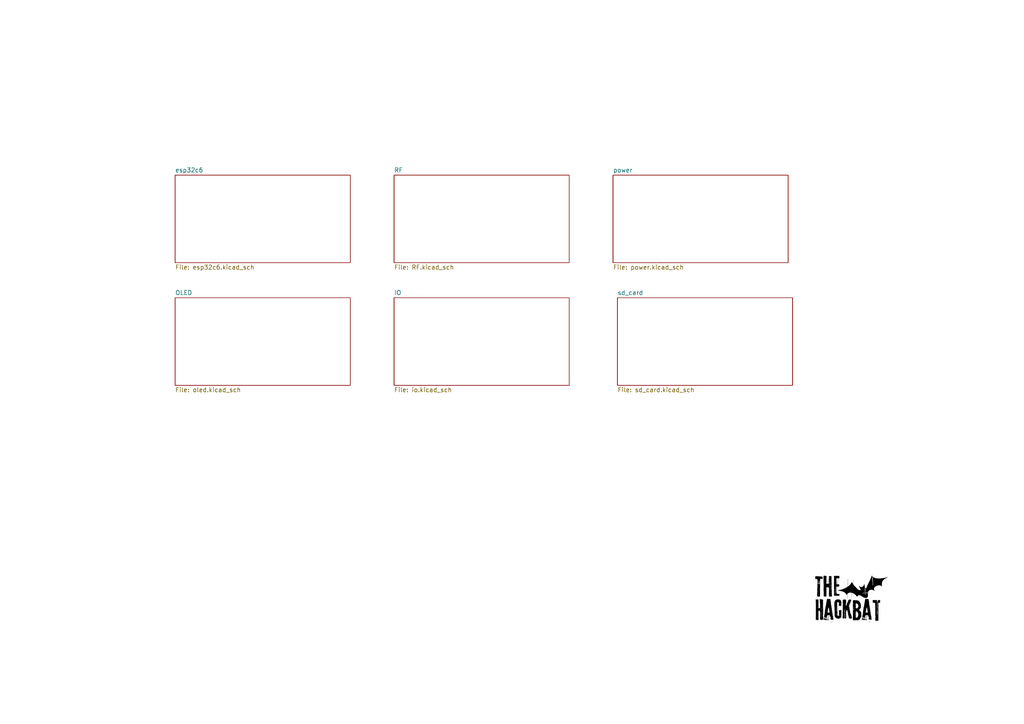
<source format=kicad_sch>
(kicad_sch
	(version 20231120)
	(generator "eeschema")
	(generator_version "8.0")
	(uuid "88684124-be04-4a0d-95e5-00075d8860f0")
	(paper "A4")
	(title_block
		(title "Hackbat v1.0")
		(rev "1.0a")
		(company "The hackbat")
	)
	(lib_symbols)
	(image
		(at 246.38 175.26)
		(scale 0.260229)
		(uuid "9920b722-0acc-497a-b8fb-95cec95bb136")
		(data "iVBORw0KGgoAAAANSUhEUgAAAbEAAAF7CAYAAABco7VjAAAACXBIWXMAAA7EAAAOxAGVKw4bAAAD"
			"YGlUWHRYTUw6Y29tLmFkb2JlLnhtcAAAAAAAPD94cGFja2V0IGJlZ2luPSfvu78nIGlkPSdXNU0w"
			"TXBDZWhpSHpyZVN6TlRjemtjOWQnPz4KPHg6eG1wbWV0YSB4bWxuczp4PSdhZG9iZTpuczptZXRh"
			"Lyc+CjxyZGY6UkRGIHhtbG5zOnJkZj0naHR0cDovL3d3dy53My5vcmcvMTk5OS8wMi8yMi1yZGYt"
			"c3ludGF4LW5zIyc+CgogPHJkZjpEZXNjcmlwdGlvbiByZGY6YWJvdXQ9JycKICB4bWxuczpBdHRy"
			"aWI9J2h0dHA6Ly9ucy5hdHRyaWJ1dGlvbi5jb20vYWRzLzEuMC8nPgogIDxBdHRyaWI6QWRzPgog"
			"ICA8cmRmOlNlcT4KICAgIDxyZGY6bGkgcmRmOnBhcnNlVHlwZT0nUmVzb3VyY2UnPgogICAgIDxB"
			"dHRyaWI6Q3JlYXRlZD4yMDI0LTA5LTE1PC9BdHRyaWI6Q3JlYXRlZD4KICAgICA8QXR0cmliOkV4"
			"dElkPmY2M2ViMjEyLWI5MjItNDgyZS1iY2JiLWM3YmRmMjllYTY2YTwvQXR0cmliOkV4dElkPgog"
			"ICAgIDxBdHRyaWI6RmJJZD41MjUyNjU5MTQxNzk1ODA8L0F0dHJpYjpGYklkPgogICAgIDxBdHRy"
			"aWI6VG91Y2hUeXBlPjI8L0F0dHJpYjpUb3VjaFR5cGU+CiAgICA8L3JkZjpsaT4KICAgPC9yZGY6"
			"U2VxPgogIDwvQXR0cmliOkFkcz4KIDwvcmRmOkRlc2NyaXB0aW9uPgoKIDxyZGY6RGVzY3JpcHRp"
			"b24gcmRmOmFib3V0PScnCiAgeG1sbnM6ZGM9J2h0dHA6Ly9wdXJsLm9yZy9kYy9lbGVtZW50cy8x"
			"LjEvJz4KICA8ZGM6dGl0bGU+CiAgIDxyZGY6QWx0PgogICAgPHJkZjpsaSB4bWw6bGFuZz0neC1k"
			"ZWZhdWx0Jz50aGVIYWNrYmF0X2xvZ28gLSAxPC9yZGY6bGk+CiAgIDwvcmRmOkFsdD4KICA8L2Rj"
			"OnRpdGxlPgogPC9yZGY6RGVzY3JpcHRpb24+CjwvcmRmOlJERj4KPC94OnhtcG1ldGE+Cjw/eHBh"
			"Y2tldCBlbmQ9J3InPz5Psq2MAAAgAElEQVR4nOx9B7glRdF23bB70+Ycbl52SUuQqCAICEiQKAqi"
			"IqgggogC32cGDKiggCAikkUUFAN+oCKogAFEiQILLLC7BCUoqPwqec8/75l+mTp9e8I599zErfd5"
			"+pk5YXp6embq7aquqhYxGAwGg8FgMBgMBoPBYDAYDAaDwWAwGAwGg8FgMBgMBoPBYDAYDAaDwWAw"
			"GAwGg8FgMBgMBoPBYDAYDAaDwWAwGAwGg8FgMBgMBoPBYDAYDAaDwWAwGAwGg8FgMBgMBoPBYDAY"
			"DAaDwWAwGAwGg8FgMBgMBoPBYDAYDAaDwWAwGAwGg8FgMBgMBoPBYDAYDAaDwWAwGAwGg8FgMBgM"
			"BoPBYDAYDAaDwWAwGAwGg8FgMBgMBoPBYDAYDAaDwWAwGAwGg8FgMBgMBoPBYDAYDAaDwWAwGAwG"
			"g8FgMBgMBoPBYDAYDAaDwWAwGAwGg8FgMBgMBoPBYDAYDAaDwWAwGAwGg8FgMBgMBoPBYDAYDAaD"
			"wWAwGAwGg8FgMBgMBoPBYDAYDAaDwWAwGAwGg8FgMBgMBoPBYDAYDAaDwWAwGAwGg8FgMBgMBoPB"
			"YDAYDAaDwWAwGAxjAw899FBFMRgMBoNhzGDFihXl8uCDD5a3K1euHOkmGQwGg8GQj1WrVrE0RATW"
			"/PDDD5c/G5EZDAaDYdQD2tcDDzyA0hIR14K//vWvzXfeeWf5t/vvv3+EW2cwGAwGQwbuvffecrnv"
			"vvsao+1W0XbDe+65R6LSEBHaSDfPYDAYDIZ0RKQld911lyxbtgxkdkxUTowIbCaILNpvGOn2GQwG"
			"g8GQCpgMnUPHpIjQLoyI67Go7OI0tMaRbp/BYDAYDKmIiKsB2lhUuiLS+ltUSlE51JFY80i3z2Aw"
			"GAyGVHBOLCotEZE96kjsve67ppFun8FgMBgMqXBaGMqUiLT+4EhsJzMnGgwGg2HUQ5HYnIi0jo7K"
			"96KypZGYwWAwGEY9EBOGOLGIsODYsWdUfhCV9Z3bvXknGgyjEI2u2AtqGPe47LLLsGn48Y9/3Lh8"
			"+fJ1IvJ6JCKvzZ12ZpqYwTBGgAlseGINltgaUuqopV4SLbZN6nNawe/NqjSpbVq7DOMc++23n/T1"
			"9ckTTzwx4Z577tk4IrEzo7KeMyfaM2MweNAC1y9DKWhZ74So7BCV10ZlYVRaM/5bS/0aNoo1jHq0"
			"trZioLPvscceOyEisoURcb0v0sDWc5qYkZjB4FCtQA+Z+/CZWkY15kBNjrCdlKLyUlT+E5UVUbkm"
			"KmdF5aSofD8qN0Xl8qi0q+Pz6meb14jKYu931LNWVDoKtpd99c6oXBmVC6JyblQujsoPo3JFoOB/"
			"l0TllKgcH5XDorJfVI6OyulR+bH7zYjVQPC5XRCVUkNDw8dKpVLH3XfffWSkka1vmpjBMBATo7Io"
			"KutFZcOobBqV10Vlq6hsLDEBTJeBghakNaHgObR5jWCsC85XqqLsqc6fBta9XVTuicrzEpPj1VH5"
			"jsQEucLV95Eq6tuoyrYWLW8v0AbD+ED5WYvI673RptTW1lb6whe+cPyDDz54xW233bb5I488gkz2"
			"NugxjGuQSGCyOzEqy6PyXFReiMqLEmtDqyXRjPDbU1H5g8QaE7SL66NyS1TuiMoPovIZiTWUraPS"
			"G5XJrv7Qy8bvSIDvVuda7crL7vOLql3Puf99SR2fZupscdtPu2NelHQCuVnCJKv7i209yB3znKsz"
			"r+hr4HW8rL571tX3A1c/58kM4xe8/7A6lCZMmPDy0qVLn7/11lufizSyraIi3/72ty3Y2TCuwdE+"
			"zFpDoVX8NypPRuXeqNwosfYD4vu5xCTHNkx0+x+VhGhWp9S5WhIi+rZ3HYQ2HwK9EpOtrpuk8pIr"
			"JCSaGkPCQZPYO90xL0tCuHn9sVptV3vHsQ23uP7gvKRhfILP8Pyo/DMqpebm5pcWL1788mWXXVY6"
			"4YQTPvqpT31KIiKz58QwbqEFMuaaKMR9AesXrRlpEtCaBgVyVnlYYvMk0Oa2J7jfXpBiJHapO67F"
			"FWh9JDRcH8nxONV2v16fTPZwx1C7S+uzXb3jB0P2bBv2QfjtkpCYaWPjExxEHSBukBOR2Op11lnn"
			"5Ysuuqi09dZb47tj1f9freZnPP/18kw2vMpAJwwADgl5GlCtWsbLkhAfC01n33Lnp4PGVySfxLRJ"
			"8BJ3HAhsksQEo93eSWJwnrhJKk2VfttJvIe5YyZK5QiXdZLE1pF4fq0UqG8w/QftdU13Dntxxy/4"
			"7NHR6cXGxsZST09P6frrr1+92267lZ+bpqamX0hsaSDG8jPDUJWsa5juimGcQ8csAT+VdAFfz0Ji"
			"Iwl9350fDyWIqFoSu8gd3yKVIQAMCaCn5Fcl9vzDMWnaGOs82tXZKpWakCYx1Dk1KitVnfXoF9ZF"
			"U6smZcP4Ae93Z1T+JeoZmTp16uo77rij9K53vav8zEYkVnL/OUaS+V+AhDAaoeVPVhvx/PdEZR+J"
			"rUXwAD5KkkGeYRxDq+jY/lISEhsqAgtpPT937emKylui8mVJSCzreP7+dXd8myRu/RT6dIwAQZ4p"
			"sedhERL7X1dnqyQBzLrPJrgCErtP1ZmlXWVpp6HfNnXnpDZoJDa+QMGOARUHba8MdO6+++7VRx55"
			"JDUx7ah0f1Q+KZWaGesbCUehomQFILxlg6jsH5XPSqyBYsoB1/X/JLbavG7IWmoYc9ACGQ+YJrGh"
			"1MRK6jzYwhsQ81h4gOdF5WQppomRxL7irqddKklMmyXwG0aodF4pSmJtUqmFsc8mun6bIdmamK9d"
			"5fUJPS7vcf1BsnxVktj8OXMqimEAcM9vF29wCXPin//859K5557rP1+azP4tsal9J0mfK9OD2Gqf"
			"MZ2lxs86kwf8F0kMkNDgCIkHotdF5QkZ6Dn8N4m9iv0H5FX3Phiqgx4d0Qz3E6kc8dVL4/K1EH6m"
			"UP+zxIJ6smvbJwq0Q2tiJ7jjOqTyheQLhro531aUxI5x/8exeNm63Ocmr96ZUXlE1Zl2/fo3zKFB"
			"wPzVXfvvJH55tQa8nzuf1i5fdS/t1KltA4qhDGosEPL6eV3d0NBQOu+880oPP/xw6Yc//GEJc2Qy"
			"8L3yieDuqJwmcfwhAvqHo6PxfuCdXBKVXaLyQYkHqAgVgOPSfyX8brPgvfqfqExRdWqriGGcQ5MY"
			"H+izpVIDChFPUXLzTWN+vNTLkpDQXVHZNirTXDuOkmIkxhf10+64LBLjNR4pyai2yJwY8CaJA71F"
			"EkeRGa7u2VF5TMIk5hPYqqi8Q2JzCBxCuqMyV2L3acxHImj7OIkDslF3uzvXq5PEKpOZNbyybwDY"
			"EwjEH/AuXHrppaXHH3+8dMUVV8DlPmvQyHfNt2A8GhU4g2Ce+MNReVtUtpR47mmyKngG8f7gOWx1"
			"nzvcb71R2Twqu0flYIkHnyBKeAv/WmLi/Lskjk9Z7/Gzkrx7T7i6Zqr+sHhJwwBoEqOWcqhUvgjc"
			"pzfh6sDvedpXkfk1xIxhpMaH9jBJJ5oQ4XzKHadJzDdxzHDX+zVJXuSsOpm1A1rqLEk8HAGQzvZu"
			"H+bPv0m2JsZreItrD8h6umsT9qHlXejOI+4/8LJslVcxifV1drNMjso6bv9VdY01Qjt0PCOBAeSF"
			"F15YWrlyZemaa64pTZw4MW8QyYHkC5Jv0oZ29C9V/iKxaRvzvivd57+53/4r1Q1qdaICapa+1niO"
			"xAM7wsjLkArfnIgtNANMouLBwujJN0kUIbKQufCBqJwRlY9LnMkDeQUx+Qx3d5gCe12bqIkxC0bI"
			"5JeniWHUqMlLZ+qAaUbnZMxysf+wqpNtm+/2Z7h99CFI7J8pfaLrw4i6zf0f2tssVziRfZ7ExAUi"
			"n+L+26Ku51Wno/R1d7NM6evq3igqEhUTWIkpEfOyWgt75fn6xje+UVq+fDnc7EstLS1FCMTX0OhQ"
			"pEmlCBmFiq5LZ/mh41LIosN3kHXcEJUtVB+M5RABwzBBkxhNBRCcvVHZRGLTwjZR2VtirYROH6GH"
			"MfTC8AFFNg0kLiVR4pzQ/DDamura0ub2+fkdMjgSCwU6w7UeZPHHjLp1uz+k6gQwj3CQ29fLp4D4"
			"/53SH7q+97m2YXIaWhi1MdSxg7qGqa5/tBbG0agm5eEETEdTcv9VJfrm90jv/G5sO3oXdM3ond8l"
			"0bbepxmrwP1P9Xo95ZRTSvfdd1/phhtuKOdS9H8vUELEFiovp5S0/xcZ4JKYuf95dd2meRkKQ3va"
			"QbhCOFJ4Yr/NfaZNHFoC47eyHlQ9wvqBOw7CGhoIiAtCnNoGhSPJhiT2Vhn4olVDYiDKDSVxFME1"
			"wXkCc013SopgkErS+aCqs9nV0ee+42dmw/9PSp/o+o5y/5/lrpPXj/6Z5r5rc4UEprUwP6ZvOEDt"
			"D04mn3T7dTs/tC6nfS3q6+pqj4r0d3XWq/qxCmphHMjp8AtksC8/W5/85CdLv/nNb0q33nprrSQ2"
			"3EUTHN9b5Gh9feDaDYbC0HFi1MYgVCFgIVhhNoPQBQHNcf/BxG2WlqQ9DqGBTXfHzpBEA6HWhfPB"
			"LAdT22L3GW3aSwZHYqhDa3pYkwyaJEholdfONNJhxg5m5mhUW2pE2F9bkswjWY4iH3XHz3B9jLZy"
			"kMCBA7chAgulvgKWyhBoSQ68ZsTsvN/t103Q9Hf3NEQF29dFZbrbr1f1Yx1Irq0HhOXiPBFLRx11"
			"VNnFHiTW3t4+0gRVC4H9SBJnKyMvQ83QcR7UxiBIIWA1mYF8ZrvPENp0jQ15LfIh/ZU7dpYk5KW1"
			"D5yDmgcmc7eTxFdt90C91ZAYtQVuodld69rwqBQjsQ+4Y0GuG6r6/LCEdSWbxOhA8jlXB9rQLonG"
			"RTMriYvtzyIwUd8hi8HswO/1AEkM/beb992g0dcdaWLd3ZH21b002k52+/WqfiyCwhxxXXqg+Mpz"
			"5TJzlEns6aefLv3xj38sTZ06daRJqloCO1dd86s116NhmKBNilwLTJsS6UoL8pnh9rHGmE9i/gOL"
			"cqvEBEbNi8HMWoC3SqLp0CMPeLOqrxYXe4Bk0+jasMi1R5NYaE6AJEbNAzEum7l9TSwkMWhCz0m4"
			"P1D8gGyaDem0AfKaLonm1ST5BKYxW4ZuJEvCQmwRSbguQqdvYacs6pwblTkNvQu71+pe0N/cvaBP"
			"ehb21KP6sQreayyeygFhkMR23XXX0iOPPFK65ZZbSjNmzCh/R1PjKCqhwe056npfdc5KhpGB1sZI"
			"ZBCsmsw4b4PvEC/FBzKkicElGATxuMTmRBzLeBOtfUz0zjVRElf/IpnhQyTGc8yWSoLc3dWJ7/4q"
			"CYn5xKNJ7GB3LOvghHODq7/D7WeRmNbETnH1cF01ppLCZ5hoafrU5DXSE9wUMvtK4uhSF8Ismw57"
			"ymV2tL9bf2+039vT2De7L//gVyfY11h01h9YvfJM0Zy4yy67lB599NGyOXHmzJmjmcQ0gTFHqr5e"
			"g6Eu0Mlyfa2MXosUsuXVZWWgJkPhf5UkiYQ3l0TD0toHE/I2eeejjXwXVW+1JIZ2wvS1WBISQODy"
			"p9y5dEwX6/6vJNolr+M97liQDAmHL94CSZxGoJkWITFqYpOkcuUAOLl8WxKvw9EUD8brxRzl5m6/"
			"Lm3r7+5l6Y5I7BC3P57nRtjXSGYd1MJEkdhGG21UWrZsWem2224rzZ49ezSSmE9gWEfQX9/PYKgr"
			"/MzvnCejpkTnAb0ycnC0KIlQP8AdM0kSzcvPqKGJsx4kRkGIa4H2CE0JTh6YywPBPSQJiem1u+6W"
			"ypeO5kSRgR6CALWpdaWYOfHL7jiYZbdwxwMgh1+qekeDBkawTQjSPtDt14VoyoHNsWfiwojEdnJO"
			"HeNVuPG68axyEBV89klir3/968txYshkjzyKMrpIjO3m+wXrTL+7xvE8UDEMEzSZac9Fah4kMaaJ"
			"YWCjnlOi4GbqJu1w4ZvLQumvqiUxpKhh8HCjqgfpojifxWVTbpFE42LdMH3SzMi2I2fbRhLb8H3S"
			"RYEGhaUg1lbHZGliX3TtANH2SWWeyJPcfj1jZCgYEe83Y5B1YPXqw91+fUgsca/fuL+re2vs93d3"
			"j1cSY59eIJUDqVQS23TTTUv3339/6a677ir19fWNRhLT7yc9fc2JwzCs8D0X6XQBs1zRh9lPBxVy"
			"VqgHiSFYEkl64crfoup/t8SjW8Q5MTbtDklIjCNFpNWhJsY8b1+QmBSRSYOEo9cnY1v3zmirJrHj"
			"3f/ZjwzCRvZuamn1fMnZB5hjqdUFn6SC+cTXePUOCtC6nPYVaWG9O8b7veORxHjN/mAo+NyTqLq6"
			"usrJfxHwvMYaa4w2EuP7he3Nde0tg6FKaM9FZq5AmqirJU6Jg5WgoUkgqS4SfZbcdyANrBFGEqOZ"
			"LzTfUw8SO1ZiLQukdbrEGTDweX23D28vkEavDHTs0K72Oo/b8aqNoYBjtvVd6tisOLGPu/9rV3pg"
			"hiSa0lAI8cEQo3ax39H7blDo7+ppiAq2kSbWs43bH48kRi0MGj+ek1QtTDwSu+CCC0o33nhjab31"
			"1htNJOZ7+b7du06DYVgRShKMheoQuHuixJO1iGkBUUCIgyywNtCBEgvruVIZuJsW7+QTw85SHYl9"
			"wh3HwOzZkiyEuUri7PwAiO16GaiJIbfjk1IpROiNN0kqtUi2lRk78hw79NIu6Au4+tMbE0AmjI28"
			"/qgVXBqmXtCLMh7lfVcLyte2cP5C6e7skYWdPY29XT3r9nX1bBIVicpomQscLpC0YZbWz1BWNpxy"
			"mTx5cunyyy8v3XzzzaXXvOY15e9oahzhwlRV2EceVloeDIYRQYjEIHT5wGLCH56IyGgNF3J6+CED"
			"B3IN7u2OgdDWLupp56Czw45S+VLkvSzMacgFLBnHBWCEe6bbR/0/lISs9MrSv1XfY0vvRL3QZmgN"
			"tjwXe9aHhMJIDHigxOY9CjC0D2EL0yVZs6xWYc6YuHqBhAVt80Dvu2pAb1SgYdstthJHWh1R2a6v"
			"u2dpVCQq443E2JdnSQEtTBdoXWeccUY5TmzzzTcfTSSGQrPoWd51GgwjAs6LkcRgFsMDeq3E8yTM"
			"XP0XSR5iCGUELNOc2CbVkRjWFiuaTBREtLkkiYXpxs/0UyAHOFJwRHimJC8aSRAr5zIImoLkSPf/"
			"EIkVDXbWJPYxVx+FOYKoe1z7mIKr3gsVMli9VlD4IGaOOe6qIRoeDy/Vq/llW2trQ5m0enraIhLb"
			"vberuz/SyKR3fGliHMQg96bO+JJLYCjIXH/ooYeW58Xe+MY3jiYSM1OiYdSBJEYBC1MiHlDMQ3Gp"
			"CL02FzyRYDL7iyReSa2S7XnnkxhIMBSMrAt/x3lgtmRwNjO/MxEwhDjzFQLHSUJWuo5Vbp+OHcxQ"
			"4TulYJ/B1NWQ2P+6+hhvd5gk6aJ8R5fBggISa57RtbmWekm4uOdrD6Ke30vcB+VYueampqZFC+fJ"
			"ogVzJvZ1de/Yu6Bvdu/CPuld0FtD1WMWFOxc366wFoaCfIkHHHBA6eKLLy7tvvvuo43EsMU7wcj1"
			"8TQ4MYwy6LRUJDHMP+Ehhds11+ZCwWqsm0qsnT3svtvPHaPNiSH4JIaVj3W8TOhl4e9/kmT9LWbp"
			"YHwbgCVQdnf70Ho+qepl3b+ROOAY+xwVf9Md42ti7ItqNTHtYg/ygsv61hIn1wVmSOXCm4MB+3kv"
			"qd29HqCghfZdbcYO/o8rEnCggzlUKZVK0r+wp7u/u3u7/p7uyVGBi/0gmjqmwPvTK5UrIBQiMJQp"
			"U6aUyevUU08tHXzwweXvmJJqBIs28WMZGXOpN4w4QiRGF3sE7N4giYBCAt8jpfKh3sMdQ4GfRWI4"
			"B7PYI+EuNaI8TQyESc1IkxgAl/vzJSEdOH4cqo5n3Vgv7RRJRpDYXqHa5JsTdRb7vNyJJFtoI4ix"
			"g8ckMn5g/gtzBie6tsIVfnpK/9QCtG8LGdwomBodMqDUkjsR/2XoAkls+YTmCe1zZ83BnNgGZRf7"
			"nu5JZRLr6RlEU8cUSPBflbhPqtLCUDo6Okp77LFH6eSTTy4dffTRo4nEeC2X17G/DIaaoUmMc2II"
			"zMVDimHzCrcPkwicMRBvhUUnYWrEUixvccdUQ2LYwhyZtkZXKfD9dq4ekJXWwtBGzMVMdW1AvZ+T"
			"hFxIMHdJ7NyhhS3iWxikTdOkzmjCcxTVxC6Q2LRJ78E93fe7qD6QjD4aCVDYwuO0mvXE+B+9MrHu"
			"2+PbWlule2HnBn3dPdtHpcM5dtSx6aMWvL94Nv+fJM9JYQJDmTBhQmnfffctff3rXy8dd9xx5e9G"
			"iTmR9/ir7jptPswwoghpYiCBa9w+yAtxYVxmhTkGAQg+mhP5fZ45kTFpWGPsn5JPYhSOX3D16Azx"
			"AEyb10kS49bn2k7BSm0OpsOfqe+xhaPHDKmcX2P7O9xvIPastFN6kvtKScIImOwYC3Xu6eqcIKOL"
			"wAAKIBDYB7zv8o7BHBr7hVov+xv3dsGSRYvW7Onsev20hT0N8zu7pWd8LMPC/jlZKp+3qkgM5R3v"
			"eEfpwgsvLJ100knlz6MgTkwH9x/jrtNMioYRhSaxiW4fmgMm+iHUMN+E1E4wj8G5AnNi+7n/g+De"
			"7eopoomJJFnvoa1krfvFojWptkB9yDRxk8TkBpPj6apOPfoFgS3z6vy3xKNl1MU4N3H9sJarr9vt"
			"Z5k+2X7U3yHJcjQN7nrnuHqrWX5luMBrxvzde73vQtDt9kMWKhLCNjY0Xrz2Gks26+3sfM2i7nKg"
			"82i55sJYsGBBtYfwGmFKRliKfharJo23vOUtpVNOOaV01llnjTR5hQZt73DXapqYYcRBEqN2wzgr"
			"XUA4j0iiHcG9Hhk86AxAT760YGc+6Aj6nObKg5JNYiQh/g6zIbQauLLDNIiVcWHuBBmBQP7pHau3"
			"IKG/eOfDd1wMkwtXAtDmdlJtR7Bz1qKY+lw7u+NookRgNrPah/plpMH7ArPgrm4/K6sG/0+Tc9qS"
			"PS9Da5g7a/bBay5asuZG620g/T19o+F6iwL3bN0JEybI0qVLawk5SOufQoUa15577ln68pe/XLrk"
			"kktGmrxCz3tdM7wYDLVCa2JcmoXu0hDyIYKBOYFaFOdR8kiMruvcwlSXR2L+y1PkJUtbPgaT0JdI"
			"pWDBfxkbpUkMziFzJNHO/DkxX2Dra8A8HxxjQF7QDrGOGF3gocUi/yPXGxsNoABCfsc3e9/5YP+8"
			"TSr72u8TbF+CIJ7cMemGxb393Wv2L5LOefPHAonx2rGaNmMgmx588EG58cYb847l9eEe/0MGPo+F"
			"Cx04YE489thjy7FimCOrtp4hKPp538TrM4NhRKADkSGwMe+FFE2+kHpZKl9I7ONFZcBwERKjtseV"
			"ju9XdRUhL6aR0pn19VxMaCVn1g03cN8JAb+/0bWRIQLa+SIrTiwkuHVBOAJCA+D8cqnEJk9895Rr"
			"08XuPCO9thivF0mQ9/e+0yCBQXPV82Ch6y/3TURiL03q6Cg1NTYdPKG5GbFjY2HuhNf+C3EhGBde"
			"eOHUxx57TH7/+9/LqlWrso6lFvYlGfic1URiBx10UNnFHumnEDdWbT1DULRlY013vWNhcGJ4FUOT"
			"GLbQkLBsSejB1YIbpkQsAbKVqwfExJcYhMB5IJ5Dz7uBHDBvRI2P2lLei5M26k87Rv8XqbM4X/ai"
			"+h+XcaEm5mulJLG0jAvch6mVmp4ODE8rj0mSeX40kBicENIWxeR9hXa5SvIFdPm7psbGlye1d8A0"
			"BjNvr3e+0Qi2rc+Z875eKpWW3n777a9fsWKFLFu2rGHlypVpx7LPMIn2tFQOAqsmC5LY/vvvX16O"
			"5frrrx9tJAaLw0Lv2g2GEQFJjN55cGbAAnd4UOE+zwBhvZ4YBTVWUD7Y1aMzdtCdXp9DkwMcNEAY"
			"P5GBpFLvQm0BbT1BtR3ba6Uy9kz3h04AvK47BponCF4TGgkY2pZeTPRlqdQcua81x43dOeu5xli1"
			"oOBG7sQ5gd95HzGHCecan8BSPUth/mpva+N/f63qHK1Cj9d6iiOxC55++umdIvK65N577117+fLl"
			"ct9996W1ncfCizaP5HMLXel32GGH0gMPPFCKtMBSa2vrYMknZKV4SRLLxguq+GsI+nVARjCH52i9"
			"n4ZxAk1i2IdXFeO3fixJnJhvqiM5vM/VQxILjbRDmhi0HLrC52ligxkxomCRTDiCnOi1nTFu7e76"
			"IcT1vB0dXaCJwXzCFzw05/YjiYOu00hZm2F5fiZPHmnXe2jfb3X7uh00/8H0e5tUDgDy4p5Wt7W2"
			"ouj+YND3aPRm0xk2nnEk9rNICzo1IrDSPffcs09EYCCxUNt5LLx3uVxRzVqYLtOmTSutvfbapQ02"
			"2KAW9/rVXtGm+GrqYbylfndgFrfs9YZRAZ/EkKyUJMai56z8uaZ3uXq0JhZKAOyTGLQxvWTKUJAY"
			"23idxE4LP5BK4qEWSRJD7Jo2KeIlhWaq48R8UqJAQNJhpujSK0qnERm2zMzP0IaRIjKQN93r2QYS"
			"GMxjfkaOQoG7isT0vXi7V/9gUa8+q1jzy2lCv7vrrru+G2lgpUgbe3tEZhKVEInxO+YcxTNRdXBz"
			"HYuvPel4SU1MD0XlKonN4Mgsg7RpWHz2jKh8T+J53H96x/DdgacvkyMYDCMKP0YMAaxcbkVngfdf"
			"DH6/r6unKIlxromBwIMlsSxHCy1EIJyY75HC+CTXPmbtYFuZsQPmEgRT+8HOIU0ML/0tMpD0/Xb+"
			"XfUv+y4vxm6ogZi9CyQhFgpleFPSC7UqAkOZ1N5emjhxok/cL7h6ReobJDuYuTa2A3O85bY6reeB"
			"m2666UTMSUUktj00sYjE0s6D57kab9vCBW0pqIWFyEv/jnlbLKGEtGywLtDSkAXMgyIejO8qy0oZ"
			"PR62hnEOP0YMMVE+qWTFRu3ljitqTtQkVtSxoxYS880oF0blIvc7Celk1z6SGLUwzonlpZ0KkaV/"
			"bv8/qIcj421c/doHGG0AACAASURBVHnZToYa0ECRR1KTCjwVKQSLzIENKFMmT4Zzh7523mfMTy52"
			"5xkMkeF52lx9rqUuPq94HpdL5fX+47LLLjt85cqV37nzzjs3SiExEv6B6tjh1sKyyAv7GGDtKOma"
			"k37m6aUcehbfL0nQP9LP1SuZtcEwKPgkBoENIfOMK1mCGvu7ueO4nljaSFVrfCiIlbpVBk9iobbp"
			"eSe8xBghY+VnTrrTMYOprLgUi3ZMoWNHKE4sjUB5bu7juvzJcrYL2tg8SYh9JJw7dFyTTubKQF19"
			"b6oWzFMmTaYGoY+lgMVcK9Nh1DJHxucMYRO/kmTJm0YprpXp/12u2se2Pn/IIYe869FHH73s9ttv"
			"38yZE9Pq/qMk/TVSBEZHDX7/LYkHpf41c7BWBDq+E9ja1Y3kAqNxbtMwzhDSkDAP1C2xg8c2kpi+"
			"0kiMWR50Jvi0c2kSg6mOI9/BmF/YjlVRudf7jRPZ2D9Okuz8JLHPuLb564lVk8V+tXe+Im1GhpET"
			"JJkfHGkSg7kUxIV7f5Uk1xIyJRcqmFOaPGlSmrClaRKCkMmSqxWIOsclBlvwHN1X/Z41oAK01nau"
			"VBJseTACAt5iiy0O//vf/37OzTff/NoAibHNO0vSZ8OphYUGBygIJ3mNaqfvLVwrqHkhRdl9dajP"
			"YBg0fIcLPOww88DMd6fExJCmiXGfqWeqITEIbXi8FZ1DCJkKdaAziYkZw29w7dd1438kIr7wzDZS"
			"LYn5psJnJImfoukGTh4/cueA2RLLwBwv8fzCGq5eJjLOMuEMJfRyNrjnDHLX2khNQhlxTgh0lvT7"
			"SCK7QxJX7WoFrV4LjedA2MY63v+0qUw/n3gGr0i55vIzsv76659ZKpX2uvHGG5fef//9vos9938q"
			"lc/VcJBYiMAwOKKzEPtnKOLyEN+IDC82J2YYcfiZNABkZAi9MKHP2HKJlGpJDG7dKyWfxNLMJbpo"
			"AYSC7BPfc/u+eUfPGXAlZn9RzCKamHbqgCCERxc0y6nuWAjSPle/7pNG11cwp+pVqodzTkyb3NAG"
			"BoH7I/qahfGE5mbEiOXdTxIZ3PcZ+F0NkWlzKAOMUTBvg2wbcNQIOS/guwMkyaXpExifm9L06dN/"
			"/fDDD++7bNmy9f76179CE+M52X8byCAJv4YSIjAMCEne1ZhUqwWvH4vaTh6icxgMhREisTdIQhi+"
			"a72/jxeduQerJTGYkegtmJUA2CcMFGQHv11i8+Gz6vu0NvvaE+v6sGtbtSRG4UsBcqorx7v6eiVe"
			"zgZzXpirmeO2yMmI0f9kd06m4BouEtOJmAGEHegUYzWbD/3S2tJSapk4sYgQZl9ifpRxR9UQGf/7"
			"TVePfh4o3C+U2HX8OIlj+R5Uv4dI+5X2rbfeev+9/fbbL1+xYsUmTzzxhDYnhhL9DieJ6bbDtDff"
			"tYfa9VCjmnk1g2HI4JsTGfD7XUkEW+il1C8RvcOySCx0nqJLsWjBANKDIMKIEy8tHAOQhPRoSWLO"
			"SK7+yFpnyyCJHe7aVw2JoSC+5n71+UCJ8+Ud6I7f0F3bdq4OEBc0DZAXBHWb6y8SWFpoQj2h54Cg"
			"ITJFlhbAdSEwFGhhzdmrEIeIDCZNmqiqdc7YWNXNudCs66A5OnjNDQ0N5c/z5s176eqrr/7P008/"
			"vW2pVJKHHnpItwv3Mm8gNlQExvM9KYnGPxZyUxoMdUWIXEAMCAr2SUy/6CQJCJ+NJEmWWw2JQSt5"
			"TLIFwGr1GzytOt15prvjUaa6OrE9UCqzh/svviYz7DPYmWmw9FpfPon5uRP/7T5jHg5khZRM+7j/"
			"wzEGMTlHubrQNgi8DqkkMDp0DJUW5mteaAccShjM7nuz1U2L6GhvfyX/X0YJEdkvVXuLEhn7jit3"
			"a62IhOZ7iGaStiOx1XPnzi2dfvrpzz/++ONbP/vss3LmmWc2qT59u1S+D8NpSuS5dnBtGS4NzGAY"
			"VdACmyNgpELKIjBNDhDscOGFsPGzwKedh8Ib5rUnAnX6o2VsMfmPOTQ4AMBEB/KaKQmRzXUF4DIh"
			"+mVHvkMs4EgzEs0wzFJRhMSoiflzbHDqgIfmPa7vUA+0LmTw6HfXqslLmxCHapFMn7ywf5gkmq8W"
			"9HUnMJSOtvZX8v/llBCRXeZdSx54rbtK5bNb8zWRxGbOnPniGWecUTr++ONPiIrcdNNNfIYBenIO"
			"Ze7PUH/xfOe5dpgGZhi3CJHY7hIe8WmyuTkqv5H4ZcJyDLWQGMyWf/Pq9Qtf1gslNvmBqEBm0MS4"
			"sOZ0V2a6OqFt6EwgHI1D+3jcq/eDrn2+OTFLE9PChOdgap5d3XFTXTvbJUkw3CLJQplDRWC+KzX6"
			"5QhJEvfy2us295VWQGJV/H+AV6DEgwCimv65UZL7ouuuhSxKLS0tq6+44orSXnvthe8OV+dZW4Zw"
			"EJDRJp5HL4UymlcGMBiGFCESQ1Lc0IupTXswNzJweJEkAr9o7kQIchCSXrIi9NJSEEEwkbCwnSLJ"
			"HBP38f1Mdx3MvK+1jZ9IYialVnWMa18WiWFfp52CxsUkryjQbg5z+0yiO9kdS62LxKXJq14E5mtd"
			"QK/Ec3Q01w4beaFAA0vxTKyWyJgWrEg/sQ/2leTZGex1lo+98sorXz7kkEPK3zU3NyOw+p0SrwdX"
			"r/NUU/hO/Fz1jcEwbhEiMQoBPV+CXGufl+RFglMDPAQx78MVkLmeWBESgzCHWZAaTJoA0GamTV0b"
			"9fwSCz5Pcb9he50kgpt1wdmCS7EwgJtCMk8TW1cd8weJF7tkvaskmRthcttJMtBsWG/yCgWwYm4O"
			"BM75OvZByNFlyApIrK22ZUNC3qjHumsr2mfolzukUuBXfc3MVbjWWmutvuGGG0qnnXZaeRDn5TAc"
			"LuLS56PJ9Th3vWZKNIxraIHd5r7DKJMkxpcUQbvLJHmZQD4wZ0CTgrMF8wxWS2JctyyLxCiIPuLq"
			"murayjkmbEFCk9wWThV6OQweD49LP3ciUg0xbitLE1tfBsan4TPc/GFm/Kv77gDXRp2L0TcbDoa8"
			"2C5dB8yWGGRoYiV5+fOawyJsQWJwsa/xeN+bVBMZ+yANJPV9JLlHNWlJkcZV3h5xxBGlp59+evVZ"
			"Z52ln0fdt8OphWktlaZNIzHDuAdH9CSxA6WSxHyTov6MeaYeScipGhKDi3weiaFw5PkNVxdMdfTu"
			"Y+FK0ah3Y6nMuM796yR27qCAx/bPrj7OVfkkxraCGFeofsEWufIuksr2k8S4tEs95r3YFn/eAw41"
			"iE3Tq3Br1/JhJy8WJP3NiBGrlci+qK49K46M/fxLqbzXVfUDPSvf//73g8RK559/vt+nI9G/msSO"
			"cNdpJGYY92BKHpIYFrnES6JNUDqmRgtyuJdDwA8ViemX9hJXR7tUzjPRlEkPQ0y40wlDtxmpqBhL"
			"xjoRLD1VskkMW6TiwlwYMjxwHg9zIzBbYUXnh9x3+7nrZVtqif/iuUPCCVoXiPLn3rX5q/AOp3Yw"
			"oCBbB1Z1HmQ9ISL7puqLNOFNsn+dqqfqPiGJHXTQQaW//OUvpUsvvbSeROSTIa/xJVX8QST3OSg7"
			"IacfDIZxA5/EYJrySUwLFU0smHsZShLThHOhq4taDkmCREbvP9SrUxAhgBYBoUgLRc2JggDENEWy"
			"SQzfwQvs/yTOyIEJfaxqC0KDFyRMV4xN0xn9ffOk7gtqv6F8fj5gdsVc2/lSqXWxb3Jjnoa7QAtr"
			"bmqul8DnluZceMUyuFcknDmCmtrZqp/ynrMgie2///6lVatWlX70ox8VDRkoSl40S+Ydx5UQ/ED9"
			"X7hrNMcOw7gHSYxrDcHtPERiISEwHJoYCedzri69bIomAzpSwEMRXnlwPOGaXUi6+zOJtSct1PI0"
			"Mc6JLVVt0hrQIZKM+FFoTtQkVg3Q/h6J483gSIM4JL2yLu/LiJsMswqcOpoGJ/DTiIz3Dff24JT+"
			"5fMMYIBS00oJJLFdd9219Kc//an005/+tFYS8++Tn0kEzzcGJwiDuFZiszc0fAy8nvfqelmS9wHz"
			"uv3uOo3IDOMW1Ao0iSGfYIjEuI+Xi/MNQ62J6ZHnoa4uehL6JKYzgUDI/cm1dZUksUPafIPPcFbR"
			"JKbb77vY/0cGtgnLtyMkgYLlna6NepVrJjumVyVIColp93bXdJzEWtavJZ538+PRNHGNOq0rVNrb"
			"2iMSy83WUQuRlaRSe7lb4jAJCPO0AcMnVB8W7i8S1nbbbVe67777Sj//+c9fcfaost3aLKqdg0BY"
			"mNfCs4VBj864gecZgzWYsbE46VmSrJLAurD9ovq/wTAuESIxCAUKi5DwQPqnz7l9kNBQkxh/29PV"
			"peeb6LKuz98rlS7mLAgLuFsSgYbtSonjy0IhAmlxYr72o81C73JtpLdjg2svhJVOOptXOOL2vetG"
			"LXHpgpRTgzS9VUsIuDfQZLCaAJ7PcyT2PH3I/abj4wqdj670S5cuLa1YsaJ09dVXVzvPp9ur23pl"
			"VDaT6oH3E+uWwZzNJYcwsOp1v1vAs2FcIkRiH5OEtEIu2tQ6UIbDnMjfdnF1ZZEY9jFfonMDkmAw"
			"h3CNVAoVmGvWd/X6wdpZJMY24frvUp/3d3VRE9OCpUdiU+1VkgghXV5y7dHzH2OKvFgmtVeVraNW"
			"YqhmXqkqAhNFYp2dnaXly5eXfvWrX1VDYrqdbB+eyYMkQShcwgf/43tj4hn/hqv3Vu//BsO4QojE"
			"Pi2VL58WAPWcE0PGjiLBzvxtd1dXGonp9dCeV8dzFI6YrtskITcSGQWLJp48EuOxiJ+jVoqyc0pd"
			"PhBbhxyPJ0o8B6IdUXxiSyO1ESerUIEGFlgMc6gITT8jHLDoUrP5lSQ2Y8aM0i233FK69tprSxOL"
			"hw34BAYrwNru3g9mlWWf0DBXi3neL9dYn8Ew5hEiseMlfvGQoQJeeKEs51h+AmsYQcBCIFdLYkwA"
			"TG+7Ilns3+Pq8ufEfBLbRCrjxEJCTDuMUAC0SXFNjH0C0+vlkggsLhAaSsGVNfKe6Y6FFozktyul"
			"0gTFMmjhPNQFDhGTh4fEhqVMmzatdNttt5V+//vfl1qLZSHxCewOd3+Bes1d8VkidpJ4cU6DYdxB"
			"k1iH+46axZ1R2ULi1FIkGr6g/3YFRNcl1ZMYCuai7gnU7QsECoNPuLp870R/TkybE0Oaiy9kvuPq"
			"LaqJ6bZCm/qBqtvXxNJixNLMRATOCzPneyVOhLss0D++l+KoIDOY3DqGzpw47KWlpaV04403lrWx"
			"giTGZwRbaNg97p4OhfOF1vRtTswwLhHSxJjYF2YKeH2tlMoXUwvKWs2JzOxOl/eQ1sFzUWM61tWV"
			"RWJcV0y7VadpYn78mZ96KovESILwMuQaVvCE3EHVFcqykQZ9H0Kkh+9hJsX6ZIhX0wmI2ZZRoZnB"
			"vb6tpaa8iaOyQLNEyim42Xfka5jsez7PH3D3b6jX+jICM4xbhEgM5jW8gHD3RjYKOiH43mHY1uJi"
			"z/W1gLNkoBD2hQLJ5lPumCwSA+kgNshPAJtFjp939fpJgPNIDG78IPlrVb2HubpomhyMcGlQ1+kD"
			"YQTwhPyFVJpiR5zMMB82ccKgUk6NqgK3+jPPPLM8JzZ16tQiJMb7AZM73ymDwTBECJHYVyX8coY+"
			"F9XEeC6S2CT33fGunhcC5/BJrIg5EQXLtdwvlYQTqpcEd4irtyiJ8Ti46yODv068e7yqa7Ak5iNN"
			"U8NcCDJThOLY6kFkPin6psuK+qdMmlxqzl/ReUyVz372s6WbbrqpNGvWrPJnL5O9X15w/ymvh7be"
			"eus1H3vssfLyyy+Xb9aqVavK2/vuu69c7rnnnvJ2+fLl5e29996LbUNUGqP9Bnx///33y4MPPiiP"
			"P/64GAyGSoRI7DSJX0Z4+Pkj+3qTGJd3KUJiH3PHZJEYg525gnEWiaV5PfrOIj6JUYODu/6arg9Y"
			"1ymqrizvxMEi5CTSK3HQNK8x7d5VS1r0+mPc2kvq8wviZXQHiTU2No6K+bl6FMzxvfOd7yznTuzv"
			"7y9/BxMjC7wxsXXEpjWxvZYuXSqlUomk1BSRUuOyZcsasAV5PfDAAyCtBhDUjTfeyM+vEBz28R2I"
			"DP954okn5NFHH81+MgyGcQZNYsydiByDWlhnCbpaSYzmxC/mnEuT2P+6Y/JIDNrRU5JPYtxu6+rV"
			"c2JZJIYCSQJvyYPdZ/52fqCuoY7d8V223yDJsjnVrCOmiaea+KtXSiTIX5oyebJOXuvXO+oKyCdH"
			"syrtuOOOpW984xulNddcM4/wVsMRpL29/fntt99+44jAJv72t7+dSmLCFuTFzw899BAIDSQ19aWX"
			"XoLG1RbtN0ZlYfT7htFvfStWrJgYfe6ISKzlscceE5SICHMfCoNhvCBEYgyizBJi9SIxzr8V0cT+"
			"xx2T5mLP+LOFUjmPl9V+5lYEipIY2/OhqJwnlSR2pTpuuEiM0GSGe/kdSa4xi8j8uU5930FIkJjI"
			"EvFJiU2vIG9kIMEc5ekSx8o9gGORamrypEk8dlRl1s8r5TXQWlvL815tbW3lmLApU6aU5s2bV9p7"
			"771L55xzTunQQw8trbPOOqVtt922tOeee5Z23nnn0sEHH1w66qijSqecckrp7LPPXn3uueeWrr/+"
			"+hciEloRkdA/ovJoVN4dfd4hKm+Oyk5R2T4qR0ffHxyVraP9g6JyWLT/saicE+0/j1RX0f4d0fZT"
			"EYntvXLlyhYQHTQyEKDBYIgRIjGk7BkqEvPd+U+V4iR2tDsmi8Swv4YMdLHPEtx+JpA8EuN8E8yu"
			"D3h9daskC2LqhMLDCe3K/VnJJjJf++L3yEIC8y3WLMsNzG1ubkbfr9PW2vbx6VOnYdUAzklqYhyV"
			"mhkS/J588smlT3ziE2UyOvzww0tHHnlk+TuYEbF/0UUXlXMnwtX+qquuKj355JOlZ599tvTEE0+U"
			"nnnmmdJ///vf0j/+8Y/So48+WnrkkUdWP/zwwyCgcnFk9GK0fTbaPhOVK6NybVTui8pnorJ39Nsx"
			"0fa7UTkxKl+Lyi1R+VtUbo/K+6LzNUXnKc+nRWSWdzsMhnGFEIldKMNHYl+ThMTSzsN2cGXnrGBn"
			"nAOC189zGKo3y7HDr3MdqUzMi/i4r8jAdcsw8z5bkuVhRoLExDvvlyQhqTStiH2B6/qoxPdSQ3tK"
			"MuGyXi9NIvKSDdZZd/Hi3v43uvOjX/8gA+/lqCAzmhDhefivf/2rdM0115R+8pOflJdcueKKK8pk"
			"df7555e+8pWvlM4777xysPN3v/vd8krPH/zgB0uHHXbYK9u3ve1tpT322KO0zz77vAyt7T3vec+d"
			"kca0c0RAO95zzz1vjEhqnUibmhHtd0TfdSxbtqzlrrvumhB9D/Nhe/TdxOgzzIlNDz30kEQkCLNj"
			"x+23394IrQvaF5w7IoKs8jEwGF79CJHYt2XoSYxOJHmmS002R7pjQlnsdcaOzVR9WSRG4vyiV29I"
			"u1skiXaHAqcXxGr5sXOok+mFqJH5ZKtJYCih78PFUtnPmsjYvwhuX0sdX3gpmQVz5zWtvcZi6e3s"
			"2q2vq3uz+XPm6p8x5/hjqSTMenpPDqrAWWOrrbYqbb311qXNN9+8tGTJkrIXIkyJM2fOLP9nyy23"
			"LF188cXlBTJz6mP//uBrX/uaPPXUU5j3qnDU4LwY5rX099yHEwcIDf+5++67X3HqAIkZDIaBCJEY"
			"51KyiKVeJMY5pSIkxuXYNdk0qdLqfn+DFMtaThL7ujsuZE7kPNsCSZIVoyA+63TVdu2V9tnAtWdh"
			"KDU1khC8QWn61GZDHfO2qfuvr4Vloq+rS/q7e5qiEm17D4i2/WsuWkMmTpzokzSyv1wllf0/KrSy"
			"vAKSO/vss0sf+chHyp/hvIH4MRblrfgittF3yOIip512WvO1117b5LwTGzSJ+V6I/lYXmwMzGNIR"
			"IrHvSjaxaHKA+alHqiexolqfJrHD3TFpmhhJbKdAO0P18pz0KMwiMXg86sUpkZprN68+fa4bJCbd"
			"10ocEL1EYg3xTVHZT+Js9sdIQuZDSWSc09rWayuv/ycSE/nb3P+qim1zJNYYk1j3IdF2PvYjjUyf"
			"X9f5VkmywNCTccSIDGZFOHWwaE9FLowJR44TTzyxdPTRR5c/Zywzwz79kbtWyypvMAwxSCwwe7W5"
			"z9+XfGKhsEGqJSQA5qKU1ZLYpQXOVYTEdJ17BtqZJXAuc20LeSfqfIx6jbLvSZzb0Hfl1xoZhTSI"
			"/jkJu/uf49o81HNnJLLvufMyyz+uCTkssYTMW1RbCqOvs0d65/dIz/ye5v6unkP6e3o6ogJi8/+q"
			"rxGpwS6Qyn4aMSJLKyQruNhjPbGPfvSjRUnscnedRmIGwxBDkxiEOIT21VIpWLJIDCsmL5DwopJp"
			"5yLhFCVMtuODrh5NYk0ykBh3D7QzVFjvLyRJWeWTGLW7XaSSrLCsy/mqHj+DRVqclQ4e5vlpxqt1"
			"eY4iIDFtIJVzUuxTOGGs5/arEryxBlYuM/q7ut/X198vfYvXkP7O7rRDtJkRy+Cwn/z5ulFDYq99"
			"7WvLXohwo9ffBwqv4f+q6UODwVA7NIlBiENo/0aKkxi0jF6p3Zyo59/SXOzT5sR8EiPhbO0dn0di"
			"f3B1Mlg6RGLvlITEVkt2YmF/P68w2Dot+W+9QJL8lmvfH9VvyMM4rZZKFYl19XX3HLyop1ei0jRj"
			"RmZ1eikRmFmfcG0KLaGT9fyF+rPuRDhp0qTSbrvtVtpkk03KnzOCo/lM/bTqjjQYDDXBJzGQSx6J"
			"aXIYrGPH2VI5gs0isQ+5Y9JIrMVdB1aMzks7pX/DrPk0qYzt8klsP3WMH2eVR5Z5gphxahNS+q1e"
			"IGm80Z2Xc2Dor33cftXn7+vsaYBJMSpr9Xf17BMViUpRkyS1Mnh/0vEkjch8kuLaan6ogF5EtO6E"
			"llP4rP684PUbDIZBQmfRoCZ2nWSTWD28E/21y7KCnbNc7DWJcYkXeOL9MecaNIn9TZLYrolSOdfm"
			"O4sU1a6KFJ5/N3eOiRl9V0+g/+DMQVUJ/fV+qdHlv7+7uyEq2G4VlS3cfjXXwPOCTLm+nE9k+pnT"
			"qbRYQpr8y95/B0VmdPzI+Z82URsMhmGAJrHQnFiWSacemtgHcs6lvej8YGffxZ7zWpOjcotUCpWs"
			"a4BJdJGrzycxxonBu/BZVScFpF9e9krompg8l23gXNRwBkd3SbLGFbTvT0pi4q0KiWdiz1sjbWwJ"
			"NLG+zqpIDCCRIcCMa8GFYv20xg4PQMzlbSexkw1c+GEWxfI+K9T/hjMuzTQxg2GY4ZMY9hmYmjZP"
			"5ZMYBGK13okksbdKtnDRJHaMOybNxV6T2M1SnMTwny1c3S1evZrcf5NRV1YBmcEbEGTpZya5yPXL"
			"SORaJHB9yNJRNYl19fa+EiPW19P7vmjbyTmyGkAigyfoYzLw/vE5gPl321AFCrimPaJyvXf8ULvz"
			"m2OHwTDM0HNiJBY/d6L/smsBgOXXMXqulcSOlEpNLDRBn5YAuFEq569IYjCP/cmr12+3f549XN16"
			"RWZNYjgfPPuQ/PZAic1vWAAT3n1HuHK4+w6/vdf9DyS9fVQ2j8rSqLxOYsI43v02SQZ6Rg4Hielz"
			"YBHRT0sN5sTe7m7ZbM7asu6CNaQP7vVdPdPdnFit7WIb3iDhgcwVkmRm4bPkPwe+lydCLu6WSqIZ"
			"ivky3c5L3bnNxd5gGGKE5qkg0PAiwnymzWJ6LocvK8w2M6Q2F3uAcWLPSeUaVbrQjHesO8ZfvNIn"
			"MWhiXNn5BVUvHQH8NbHwv71d3ZrE9FxbuyTmNx2bxhyJvP6J3n6rOxZ9O0kGajttrjCoeiQ0MSwi"
			"enTuvwIox4PFZXJ/d/cHFi1Y2LhoYWdEYt2DaQ+JDFny+Rxie33gP1nQ663hnuC51kmch8LEyOfp"
			"TNUGg8EwhAgRCzSHoi8tMpZDUIM8qiExOkxglMxlU/LKAe4YP7OG1pronHJlFdcA01WPVM7r+SSG"
			"ekFECNKF0Adxz5R4Ac7ZXpnllZnu/9PVsdhCA2qXxKuS5x1uEgPpQ+hWbU50ThwoXVE5wpkSG/u6"
			"OuvRLvQFVgXAPfprVOa576slBv1/5IbUz0Y9U1+tloTEPu7ON9T5MQ2GcQ9NLNq7D04UP4vKvRJn"
			"ZkduPSTABeH8RWLyQvLeLdRxFMRZQlgTTpskThNw8Dg+KidJvDoylmhBlnis/Iy5sG3cOTg/pQW+"
			"1oxIYiAPuJLDvIdchhDSSKeFTArI34dVma9032/q6mjzrkHPF/Ia8R+QGQT/FFemppQpassy2fUv"
			"6mhX19Ms2QOAoQSIF848LXl/9BFpXLFnYlf3hhF5HegIrakOJOaHA+zqPg+GFDSZwZT7kKubTjqa"
			"jGohMO1xulfgnAaDYQigSYDzP5yvwj7mu+C4gcl2LEeCtbqw6CTds5skCRTOM4f556J24wvPkCDn"
			"eXytRRdNxNTWGtTx+A4EQkLp8Or2r8Fvr66bJkKaCfNKhyrtrg4S2EhqYQA0xYskMZcWhvJM3CEq"
			"b6ImVse2oV92r2N9fFYADDA4/8u5slocP/z5VSSKptZoc2IGwxDD1zhAEhCy01zxtQitgeB3CGit"
			"TeQJYp7L1/xQF81zvilumjuvnjvSQj9Eju2ujdO9urRpj9eYdg1pREZtj6Uto+j/cL9FEjIOXctw"
			"A4OS86s9qK+zE84ckdbVI33dPe+Mthv21eZePxLQGh1c9BlXqMks5GgUIi/uc76NfVlPMjcYDCmg"
			"8KRzgu+oAOFLwmLBCBak0uF+19pRngALEQ5NdJOkkiS16c0/jyZLTcR6Dss3/fmmvrRrCNUdcuaY"
			"WEPR/TwaCAzAfOCX3X5hwQsS6+/pbYwKSOzIvu7erqgISp0xVGTA+0rAu5Su/TQzphGaLnQYwjEr"
			"JV7xgPUbDIZhgH7ZQBrQUpA9AUuIwIwI7YVkoOdzqBlVYw5LIxztxafNbpw3ouNImuAvYvrzzXu6"
			"bhJL6Bo0x+RimgAAIABJREFUkfkB1s0FS1OgsL6RJDAAWupnqz0I81+LelC6mqP9D0Va2KRYKxuU"
			"Z+JIQM9b4dn/RFQelIGaF1Na0dPVT2mGZNj9rh7TwgyGYQCyz2/k9neQeESOVYmRyw8u5++WeIK6"
			"V5I4Mm0m801iRYWxr9mkmek0eYVMb36dfr1+nb6Zr2jd/jl8Uqum+HWMhtE6BicnSJWLYarEvzMj"
			"8vrIWr39srR/DemtPUZspKHJDM8GUo2dK7EjU9p8GALYEbum5+2MwAyGYQIE+VS3Dw81aCe+iQVg"
			"DkHO5WjBX0T4h6AJR5OZH29VzXmqNf2xfq0ZFb2GNBItqomOJsD8dWq1B/V39jS4wOY1IhI7YlF3"
			"r0SladaMuUPQxGEDrQQa0NwRpI5AdwTcI0UXvGmR87LP+68RmMEwwtAkAI1lXUlSMWlCYdEaRi3n"
			"8sksrfhaTJE6fZJMM/GNBpPeSAImsM+5/cIu4ZEGRhJ7bQ3Z68cC+GzkIUR8BoNhBKGzHCyRJDGt"
			"TukDU+Qst59GAtVoJmkmujTTG13qQ4SXNg+VZ94br4A5cS23X7gfIu2rsTwH1tWzW39X9+uQpQNx"
			"Y0PTxBEHnzeap7VFIm2e02AwjCAavP3hEPRpWT6KfFe0fiOtdFTVJ33dPU198ZzYAX3d3f3YH4NO"
			"HQaDYQzD10rSTG9a6MO5o1diJxC42yPGiEHR2Me8GrwZMdeG+QIskTFZiptm8sB2IMsGFsk8VOLl"
			"OJBwF44ob5fYGeVNUdlSYnMo5nzaAnUMJXAO7fCiv9daZL3Mb1qTrYWkq5rLa2puwvxX4xrd5Sz2"
			"+y/q7pkXFVlUW/b6sQJoXcj0gWTPSPJ8sMTzZFj+BQuMwrkDGUbwbC6S+P2wtFMGwygBszngxUVM"
			"ETI8IKYGbsYPS5zC6d8Se2xhwcXTJU7thPRVm3t11UoiNGWiPn9Jk7RMClgC5RnX1vNkaCfeSU61"
			"nKPWdoUccUJ11zpnE6y7uampXOeMKdMm9Hf1vDUir/ZFtS/BMtrBvvuiFMvgAVd8JC1+KiqrJB5Y"
			"6XoMBkMdAFJ6Q1TWlHiJkNdI7IEFDQYvHbUa5EZkeiYITGo0mCu7yP0PCwDCRf94id2RQVx4YTEi"
			"hX1pc/f7a9T5ayEyEinyIUJYMPN9aFHKUIYF5H2cMojzpyEk6KGBInj2mxKT+i8l7ies1QYyhUDE"
			"gGBjdcyEKtulhSKcMzaUeLkYaJ/QgqEJaLf5ajQ0fU2oo1fiez7dtVMmTpgob9j8tW19nd379vd2"
			"y9pLFknXvIVVNH9MQPfZtZI8d6HFUP3MHtw/xx2v06AZDIYaQcEHUxs0FCT2ZfBmWq44aDEHeMdD"
			"Wh3m9pGx+59ReTQqT7iyym2f8+rCsu3Mu1itSz4F8lekMgN5XmFy1/slIeR6Tb7TXIS6QNpY0uT/"
			"pJimyAJy05NJRcyMvA/ItHu2xPFKzBzB5Wv+EZU7o/KdqLxFHZt33Tw3/vdhie8l6sO9xH3+c1S+"
			"H5VPTero2G1Rb9/b11pjsfR0djVl1KwD3It6ho703KXWcvHcrJIkk0eR5+559/8vuTomyuDmc2vR"
			"1rNMzEUdrwyGUQXO1QDQFPys3czE/ZJUZvfGkhjaXAaNBtngYT+6QPIFtSYTvtRF5wv0PBJwuSQ5"
			"7ookaWVmhQekMhZusC8oNcPFUbktcN4XJbyGGYlGL9gJ0xPij+ar+tOEFglsPalMk5RXLnLHZQkv"
			"nhNznDfk1TlhwoQHl/T177p0zbVk7uzZafezHiZc7Rk7XNDvChJfc0BW5JnTy7LweW+Rwc9XhrLO"
			"6GTSRVK/pYHvGENpDIZRCa3R7C+JDT9Pi8FKyVx9GC8KnDW+JbHZ7KdSSSokQr8uvtRc9bboC8dR"
			"PF4yvLBcpTfNbBgSKNhC81zg6hysaYcCFdoXMzroPHqhVaRLge/0asAof5NYy1nT1e8TgB6R/1YS"
			"81ba/UMfUdPGf9+prt+Hrpv39HlJXxT1+ZaJLaWIvPbqWrBAJk+aFKqT9cG8+bWonCixtgoz9Jsl"
			"NlcjSwzImysLMMMKHHJApn4mkeEgNJINByrIYuPfy7zCPr/Y1YHrqCUpAID+OUPi5wMWDiyPhDXW"
			"MB+9Mir3Sax13yzx4AOmT5qvfxCV06JyoMQDroMkDta+yhX879cSp826JSq3S/y+IynycV47DIYR"
			"BV9MCoX9JJsMtIBlgliMAPEiQsDAOxCkckdOPf7I9AuurqLmFT0ihhmTi2hWs1QG99+ozl2LNqbb"
			"srMk/aNNm0WFnf6PXi0b5QYJhwPw3FtLZZ+Hzqe/Y99/wx3P+TfWrQX2m2Wgphu6thfbW9tKbS2t"
			"H546ZYo0Nzf795NEA1PmMxl9AKKEU9DTUXlEYrPv/e4YrGG3TOK5RXidTpdKDBWZkdC5eOuHpDrt"
			"n4NDbG919YS8VfPA+/21gufMKtdJPGe6VVQ2k5gUV+Yc8xfVB0ZkhhEHX0ySGPIjZglcrYkd5I7h"
			"KBgjZMyXIF3VQ5II1CyBzbre5+pqkWJLt+g2v0EqhWlREiNBHOXqaS1w7rT2NLi23y+VBFHNKD1E"
			"stRyUCDY13Dn1Hkp2Q/vkURQ5p1XXz+14NC6aSSxswPXFSLHl9oiEou0sQOnTZkqTY2NmsS0VvcH"
			"d9yzkmiFLwXqLVJgPkU+Q6wITiedoQgupvZPAX66VPZJNfcVg64eVw8TBxQdvPGenOTqomacVnyH"
			"E5qucSwGCTNcfST/M9Rvq73j8D0GFZPdf19N2VgMYxR8MbkIJUfcWSRGYtpXYqEB8xleLMSCIWks"
			"Xs7HpRiJcb8abcgfEb9XKoV3UYHCl5LzQkylVc0chRYqHAD4pthqhXKIHPh5a3curTWRxPaRpM+L"
			"aHy8/h+qOnWGCe6jX7I0a21SLLW2tDzW0tJSdklsbGjQMYUUkptIpXk1q/gC2Tdf+s8XHImOVPem"
			"3jF3uAbOM/1Mqn/u9P3c09VdZOCm28H7faQkz3E1z5luAxx9Zkvy3sG0CJKCpvuQ+r9+l1dKbH2R"
			"KtptMAwJ9ItJEoM7fYhkQiSGYM5tovKkxJ50MCOeKbF7/t8z6vDrx3Zbd/4iRMI207WfsTo03xV9"
			"kXkd90j8Uurcj0XgO5f8QirJcbAEFiIczqVw9K410q2lsk+Lkvh33PEUzqyX5IzVu7UDQ4jEyv0f"
			"kVZp2pQpJ/Z1dUukjbVJpbch6+O8a8gFvRoh7BPaS+o/n3HnGoxTg4a+1yjQRJZ711HtvWRuSvZT"
			"Ea9Afb/3reH8bAP76peSrOyAcosk5OY/R3xfMM/WLslAx0jMMKLgg0gSA5lkCUL9AhzhjgFpcfFK"
			"zG1hKZd/ZtQRGhHu4epqlWwSCxHv96VSKFcjCEl+67u6qpkX04IZsV21LGNfTXvZ1nXdOak5Uajh"
			"+2q85dhfF7rj9RyNNpsd6P4X0jgqRukTmpsfjghsr29/9Qxpa21tk8qE0GznW9QxWXN2/n4RQqPp"
			"C78d785XD0GrzavYh1PKf3LallbYvl9IpWaXZwGohxndf4d/LYlWtZtUktXqlGN+J5Xr+BmJGUYU"
			"JDEKLEzwhh7i0Ejy4+4YuvJiTgyebhCmRV5w3zQJ6NF7Vpvp9gvPtVslXcgWfZk5J1d0XsyfM/o/"
			"qSSGtL7TQofzDC9LWHD7x7Hur7hz0jOUQnCehEfQeSR2tquvTSpXJeAg4TLv/2nX9P9mTpt+0qKe"
			"3rLJs7WlhaTok9heOddalMDS2kHTI/Y/7M5ZbdC4D95v9skOgTYXfebYNngVzpXiWV3SrCa1DJq0"
			"VoX39WqJPRv5G+tDrCHfEd7/KyW5n2mLxhoMwwa+QCQxZOjgQ5smiDkpfII7Bt5heLHwQsLOD/PT"
			"fzPqCL3Q73Z16dF7CJo8sIXgfloqX8xqCl/M81z9WhPMgtbCtlbXkyZQ9PcvBX7XBJzWZzzuNkm0"
			"Jq6Lhn3MbTxVRV/w2s9019EuCYlRUG4m2RqmJtdvLeruPWj+7DnQahuam5t1+IUWvrtn1Odff7Wa"
			"hj9/g7KTOy/vVy3wTdiHysD7Vg2R8ZhdXH1582LaAsE2HCvJfax18IY0cGu5fbjp+4NPnZyAfco5"
			"ZD1IMRIzjBh8EoOTRpoHGgt//6o7Zqo7Hl5OH5M4pVQRl3f9Mh3s6tIklmZO1KN6xBRlaY5FX+Y/"
			"qXMXmZPTbThNKoVJlolMj2ox+j1f4tFwntDWhA8PyCmSmKJaXZvgKv18yvGha/dJrEOSpUT4PFyi"
			"2hsimFdIo6mpaaf+7t7DO9o6sBzPxMaGRmqIvnkyK75KXz/mZ6oxj/p1sK9XSrLQ62C8TzWBnCzJ"
			"u1DLcxeyZuS1jVYTtuHrro7nZaBZNa1//T5CGAPCajC/9wWpvM/+s8gpgtPc+THoMRIzjDg0ieFB"
			"RC7DLEGoX0BqLxCoeLEwJwY7P7zknsqoI0QiTFeV92L4wuT9kgisWoQJiWG5u44izh1sA7ULuoun"
			"tcEXqiBMaG9ItYX5CGiwX1L/TbsOtvVBiYUyTYntrl15MX5+mzgY+bo7niTGvs3TMPX9u2HalKkL"
			"ehZ2HTl50qRyLsXGxkbt7ahJLMt5SGtS/5GBgrTofeX/eY2fd+euNc0Tr4FaL514Qlp1keJn7iji"
			"3ME28H6fKAP7TLvQ6/yNfr+w3Xh2kQ8VnpZ6MMZjdZv/5rafcufvECMxwyiAduzAPtIW5Y1+SWLf"
			"kyRTBwQUXOyPkZgIq9XE6BZdlMQoEDkarSZWJ0QMcM2eIclq1XmmHQpnkMnDqq4ipkAuTwNTKLIu"
			"zHHXrOeeQvX4JIZ2tkiS+/HD6lxFhD77jHNskyRZ3BF13yCVbQ/VyTpOXqO3d/2u+fP3izQytGdC"
			"Q+xer931ec/eqI7PMydWS2A+kbHPoHEsduevNjOLNmHjOqBpMrVXtZ6BbBv7jVqNJrG0toX6Edk4"
			"/pHThpBWxX6BGz28jKHdXyuV7zcKBrR6XgzlAHd+08QMowI+iSHdDwJQi5AY0tfgxYbwoyYGIkP2"
			"9H/n1MHfWNfRrj15L4Z26kCbb5TqBHcaMcD2P0vySYxChm3EMXnOFFqIwKkBQoirYKPMdX24o3dM"
			"FolNk4Ek9i71v2o0Mbp6T1Z1UcPNM5Hy/h22pK9/m8758/colUpwr+d8WIjEtpGBsV+sU3/293XA"
			"bjUmM99yUK025puPXy8DSaFaEmObmC2liEMTB08T3P/RHtwveEpuL3GwOwL3j5c4YPkKiWO+/P7w"
			"NVW8e9Sy+IxhsIXnCXPk8D7eTuK0VIgjxTvOVayNxAwjDk1i2GK0mueUwVEZvJT4IrW7LV6wbimu"
			"ifFl/qhrTxaJ+W7OPZKkLsoSZnkCBVvY++dKMRLT8ULQiB6QSgGQdg6MaiEUQBYgrxmuzHRbaGUr"
			"MurSJDZdkvmwdteuzSVba0ojVjoXgEjxHMCseq9U3us0EuP3W/Z1d2/ftWDhzkcd8gFpb2vT8X4+"
			"iW2Z0Uehz2l9USSkwTehbeTaUI025gfXU+Ot1qFCFz73F7g6tZNEWhs0iaF/cd8nuS2152b1Hzwj"
			"2lTtDxiwvUliV314qOo0YHu58+L5pqWF7WAeS20uNhIzjAj8mCtsoUXlucdTsGGk55MYHm4I4yKu"
			"3prEPunaVITEOCLO01yqITFojr2q/rT5CU1iDBK93uuXrOv8tKsDJDbNleluCzK7KaMuCu0VUkli"
			"HJXDLPmY99+0oglxpquDKZsOVG3Icr54ZY5vUsekWRGB7dq9YOFroYlFJKYHAiESQzuvldiMRfM1"
			"zLLLVV8hqfPf1G/4PxIc36zaokk2yzTpZ2epNh5Qt/+brq5aTdi6Pd9zdRbx9POfPRyDdw73Dc8D"
			"7iM8VOe6gvcQ90EHl3PLd3yVxDGa0ODoYo/fsA7dNFffDEmeURAanzeSWDUZbgyGusInMbwcvZJv"
			"CuQLiNioEInhBXpC8oWpNmkd59pUhMQoTAbj5uwLOZhQ15EkrU8REmOWg1+rduQJravcNUIgQPhA"
			"KHC0C6FD80+WJgbBDsKiFyGX3cCoXDuZZF03f2d7Jrvjcd3XeP2q+1ZrYGzPPn1dvR0Rgb2jc+48"
			"aPINbS2tOt1UiMRARDB/HShJijIm/GW9j0jyLL7JtRHziBDWH/P6Nsu86JvPNnDtKKKN6fZTcF/t"
			"9c9gSOwKqXz/ipCY1sZw7/HeMdkAniUOjPCMoM8PlMrnB33AjDq4hmMlDnvgOwsryhquPtQzRZJl"
			"Xtok0fpMCzOMOEIkVsQUyBfwR+4YmqHaXMHoTTs7ZBGI1lCALI8n3zOR3lm1uDn7JIY6NnX1ZqW+"
			"8k06EBLXSjZx6Ou8QBKHEAqGKa6+vEBz/gYBpEmMJkUIWZ3Pr0i/n+/aM831O2K8iqSY0oHSDZEm"
			"Nqe3s+vwOTNmYNTeMKF5gh4EaJN1gzuHX1+WOfESd33z3HXPcXUhwwSXvMmKs/Pn785w7SqqjWnz"
			"Me6VNh/X+tzx/vxKksFQkfklPYjSz6AmM7QRz9dM9593eP3gv8uYl4Mz1ipJSAyDkXapfE75rPnZ"
			"OozEDCOGEInBc07PM2WR2KWSuPxiNeGprh68PMzmnkdifrBzmiamR6GDSTeVRmIob3L1ZqW+Yn/R"
			"lFgtiR3j6pnqrpVaEOrdNaVdPokhrmyKOj/NSqjjOwX6RLeH2Tpmuu3R6vg0Ex2v886GhobyaH/m"
			"zJk9PZ1d7509YxbaBRLj/dPPmNbE9DI1/tyW/z0SK0NIQ8OHGRaDpHnuOwTq/jyn3/xnDeEfPa4t"
			"eW7t/jwsnChqTTcV6kOs04X7Ty2vCIn5RKafRU1m09z1Mcei3798pqBZ/q9qG+bE13H1oW1cZNOf"
			"dzMtzDDi0AKGoyuYtIqS2MXueLw00yQZrWGfAbxFsthju61rU9bcgH5x8WJxbmSw5kQe+xbVhiKa"
			"GAmkCInxtw+5eji3oLWo/py+Zx03SuXImCQGfFuKETvNuKe642a4a/pxzvH6Wj6w3lprle9/5/z5"
			"G/Ys7Np93uy502PvxIl0UAiR2FsleTbSzIDazPsaSTxfOT+DLQiUg4HPptTj32e2/UDXljxPRX8e"
			"Ni88oGjRgev0NNVzTFnwzbQhMkOfTHH/CS2vxC207lMkzoPKtqHP15MkrRu1LyMww6hDiMQwwv2X"
			"FCMxTpL75kQIHE0weSSGkd8SyZ4b8GN1MCqnXb+WdFMhoayzhqS5O9dKYn5MFj2+dL9B6NyaURe/"
			"u1mSmC5fE/uu5JOYbg+DgEEG0HJWqT7NcpRAW7aNyKp8DV0LFm4eaWI7z5s9Z8o5J34VeRP9e1dt"
			"gDq/h9azrrve6a6dLHQ8wH6XVDoTpbWd/fIJ15a8TBk+AR9coO3VkBhNwzoHZlFnE74TITLjHCn+"
			"E0rzxS3edWQfQawYvZLRtje483CA5S/TYwRmGBXwSQwPKsghz7PQz37OODEUuv3+XoqTGFzPN5bE"
			"fTeLxDgirsadPI/E/BRA2qQZ6rNqSUz32RWSaJKcC2lVn3+VURe/w9pevjmx3bXrB9750q6ZQvR9"
			"7jpx77bw+jTLQQICb+2JEyaWCb97wcItexZ27jS5o6Ocn7BlwkR97/xME1wROS3eyzd3QUvHfad3"
			"HMsUSZwYoJn9PlCvX/xMGVkkpt+Pes7D6meWA7g8r9g0aJOtJjM6XAFM86XPq+eCke+UGez53Bzv"
			"jmXYjNa+jMAMowZpJJaXRNYPHvVJDOU6KU5i2G7n6kqLl/FHxNUE9uYVf62uLJNmiMTSiEdfn045"
			"Rc2VAaNtrl7MQ6SZEzXxwPV8qiQjbpa2Kvqddb1dEgeHj6v+SNNkeBwWTZzZ2NhYFnLdCzq36ens"
			"LN/D5qbmhgkTKnLt+iR2jHeekBlRn+td7jg9j0hvWJDZDHeOr0t++0lip7s68xI++04pP1LnGMwz"
			"p69770BbqiUKn8g4UAJCoSi6f+CtuYlUPjffVW0yE6Jh1CJEYjBt5JnpfKcAn8Sw/aUUE6Z8mXZ1"
			"daVlsfdHxJwDqceImNcJT7e8gGefxNBvWXn0/LbBBR7Cl1oUg1aBr6n+9SfhNRFiHkXHibEdEPL3"
			"SPa9Y5t4D7/gzg2tJitGTY/csb2kuakJ/TNpUkfH5O7Ozh0jTWyzzTfZTGZMn94Y/ab7jHOZvE7f"
			"eYT1+g4ebCNXS2COTk3aDFfAfaGpL8sUyjrPcnXmzX/ShM3MNHflnKOa587P2jEYEtNtpjbGd2Vb"
			"GUhe2goCEn23VD5jP5ckjMSychhGLdJIzE9Bk0ZiFAQ+ieFlrJbEuChmHonRM7HI3E81I2KfTNOW"
			"xvBJDNufplyrFtBPuv2fSpI2SJsTcc3X51wT6wNRaSJkOzCnRZfzvHlCnoMjbp8AsubD8J83RdpW"
			"2Qw5e+bMGb2dXbv2LOzacL0l68i82XMamxorbh9JLGtO7J8ycPUEnd6Mmhy1VzoxcA4W+5sE6ki7"
			"bmbuz1r6x/dM7JZimWiKlsGuLB6C9lxMWyPQNwsfG5XfSEJq2P5akn42EjOMWtRKYn72c01idO+t"
			"lsTe7OpKEypD4Zmo20HhRkeHtKziPomhTT+RMPloQXGf2+ecGElMZ6HHiJhro0GY/MeV51zd+A7x"
			"d2937dBESBLTCxsW6XdkzrhQEjNmWpya7qNzXEeUM+nPmz1rZl9XRGKd3Russ3gtWThvQdq9I4np"
			"DBJFzIkQ8jSf8lq1Nx7Ni3DyWJVz/byGc11bspb+8edhtwu0czDPnCbrDd05qskkEkKIxF6nrlv3"
			"L79DHNlHpfLdvl6MxAxjAGkkRq0hj8S+5urhemIU/MAPJSzYQ0Ie25CLvW4nR8TYDnYhzFA7tPs6"
			"NRuddUK3RSdhRXvSnCm0m/iDbh9Lu1NbJYlRo0C9CHHARDwED2KgkJAZQdjbSOz8wkz7msCqJbE0"
			"QZy3ojfvPeK8JjTEGlDz3Nmzp0cktnNvZ/fStddYU6JtWmgESWxPVadf9LnYHtzreVLpRas98WgB"
			"wHP4J3dM2uCJ9+gS15Yi85/1WAgzjcTYnv9R7RksYfgk5q8RyLbzWYFn4kZS2efXiZGYYQygFhLT"
			"k+Mnu3r4oqMOTBIjD2KR9EdaMG4qA70TdTuHIlYnJMDhmTlLEkGQZtYkiQFppk22DdrUMklIkqZA"
			"3zTGmBw6sEySJMFrq/oP3ev1sdWSmD8iD3kGhvoHqYngzt7W0NCAtjR1zps3t6+ze9vu+Qtmr7to"
			"sfR1dnldNkCo7ujVG3I20J9hwuuU5DltkkqXcg6gMDd2R8718x79RPVzmjes70x0piTPaz2euQHa"
			"rRRfWTwLOs0X6vHXCPQHCRg07eP1z7ViJGYYAwiRGEwyeXkPdZzY1hIHCXNpe5iKsC7Wgzl1aCEF"
			"cxmCK/GiMOWTT2J6RJznRVeLMMEWI/5Vkr0kiyYxmgEvyGhPlmMHyUcHqTINFeOgdJkiA/PXTZDa"
			"NbFq+4gDkrIZuampqZxppGdB59q9nV3bds6c37q0f01Zt3dN8eCT2Oslff5Qf/az9rOvmlTh9bcU"
			"vH6e9xrV70WC69Hn9TZhY4vckCDFejp3aI9K7IdSien+2SYqh7h9mxMzjCmkkRgTshbRxCDIkWmC"
			"c2Ikny9L/qhVzxmtJWES022kU0eRWKhaBArqA5HNl0rzZR6JfUMdH5rfwYKbdP74pVR6JvrzO4z5"
			"osali5/+Rx871CSm64TgXXtyx6SyubW3s3uTvq7unXo6Oyct7uuXJf394kGTGPoPDhgUlpjjS9Oe"
			"SDi/kMQT018tmvXiM8yteY4drPP3UrmESVZwPbBIKtNN1YvE2A/fcueppyZGEkPoBtcILLl9vdoB"
			"BqJMqEyy+4UkAwQjMcOoRRES881M2gSisx5okw5wqlRHYmtK5ZIwWhOjEGxy9T8UaF9a3WnzLWn/"
			"R3uzJtn1xDmDSb+Scq1ak/iU2/+5JPM4OpWPJiT2pY67o2u5zl/HMhwk5t/7I3hvIhLbtLezZ8uu"
			"+Z1tfV29guLBJzHMvzA7BLS6cyQZBOjzsT+/6OrRgbfapMjBxFGqnrR5PfZLXs5C3mcOnJh/MO+Z"
			"q+a509rt1ZLc/8GShiYxbBFMrdcI1PcRBVMAJ3ntvEoqXewHS6wGw5CgqDlRv4B46Tha40KWMHNR"
			"8E52350lAwVK6CXnyBCrx6ZpYno+7LVeu9KEgy88suZ8fBPLO9y5QqPiEIkdJwmJhc6D4HHGYDF5"
			"rzbVUEj4ZNbiFT9/HctwaWJa+H3bXXtTz8LOzbs6O7FStfQsWSx9+ZoY5mioGVwr8eKqfLZC3okH"
			"uXposvY1MTrG5KU603Xere5DlsZNE6geqBQdOIWeP/+/etmZGZI8A7WSmG+5wNbXIv124J2CNgbP"
			"2VUSa4ffcm3Qwc5GYoZRhzwXey0MQvMAJ7p6mMyWLvZ48P3YqTQ3ahLd61xdJA6fxChMQimLsoRJ"
			"ke/5HUf+DADWbvZ8gUMkdlhKm/T+creFGWeWVI66tVCmYNaEpjUvnb+OxwwnifF+gpRbp0ye0h6R"
			"2Da9Czu714mdOhpmzpolHvysFxj5cyAErfpat/+8hAcob3P1kMQ0iXOe9EDvHqTde5Lwl706s8zG"
			"6N/rVP15fVTku1C7NnbnHoybvU9ioTUCNZnjehA6gHkzTA9gFQRkJXmXV4eZEw2jEnkkpl9axOqc"
			"L/GDji0CUA+RxMTHRRVp/gpNgsOk4bv68re3ujb5yXf9EfHpkoyIs4SJTpb7BikWt6Y917KcTHyX"
			"8T28a+K+jnP6ovv8jOtj7WlHQmqQgQTVJAOJq0HC9y6NxNI04GrndfQ1weQ8dcHceVN7Fnbt0NvZ"
			"tXTtRUtC7vUiA0kMApOa2J8lWWSShSY7nmtfV88kqdRGORcG1c9f0dofTOjrhkBfSxISDAlpbcKG"
			"U8mjXttCfaPbDPPcbuo6s6wG/nJEg5kXC5EY3EXTgrTxzIPEfud9/x3VFiMxw6hFGonhgYd5g4v/"
			"UUtkQ5SkAAAgAElEQVRBVoVVEk/GI/s1BNA8r07Utbb7L4/V3oy3SaUw4G8fccf764np9mFfLxWS"
			"JUxIVp9y9Z5Q4DgKkxXiAnklGaXrPvNJbGevHr8+TJIzSwX6dr4MJLGGKopI9SQWEuzVEJh/HAYk"
			"3T2d3ZMjEttq4bwFM0/8+Odk9oxZoVgrLVSxv54kczQwYTFYHHNjHPy8LMmzwaB6Onb4YQ9+PsM0"
			"LYwDn6+640iKvpD2nTqwQOSzKXWHBgq4x+u4+vWSRHkWgJPc+dIC7YvAfy5CawSiLXw/oRFjkHC9"
			"+0yzI13+s4LBDYYRRxaJIX8iUxhlCTy4jIMoPitxFoRfesdpojpNkkzjfHH5Gyfv/QzyJAya77Qn"
			"W95cG0bcm0ks/N4d+D1NQKNt67vz+6adEIntklK33v+1JAKuS5J5vrzEqlnfFyUxn8hq1cT0Mbhv"
			"r1nS0zu5e2HnznFbGhvaWukHEWxniMTgQHCp20cuTmrM/v3FIIBrZHHpFZig4WDix0CF7gEHNSuj"
			"gvk7vY5bGolxHvZNBfuRzzLm+Ka7UmThVraNzhQ6m321xBEiMb1GIAo8cL+hPsMh5mS3T7LmwMFI"
			"zDCqEXrgoVlxKZbQS6tLkRgwLVDhEfa0+h7Chy8Nkwn7L412dYfw+aeE2xUSJtCAYOrEhDnI7DkZ"
			"2Da/zSHTTh6JbRtog9YGIZy+6vYhvNdzx9FcWQ9hlaeJ8TO058Hk/9P9veOS/v55EYm9Y8Hc+VO2"
			"3WIrmT6VzqnBdmoS432H5nWZd46QFokC6wCSH8P0dYcMbJf//9WqPu7v4dpAZyQ9kNBt1vNth0tC"
			"NlkDJ95vZPZgQPrnJXkm8ywAMInOlMoYxWqR9k5zjUAUaFv3qs8w0dPFnveF2XiMxAyjGnkPfFYe"
			"PT3CfcGVF91n/zhuod3hBULmg99ILHCZJuhS1ybfBq9HxFtIeOLfb9crKw+7+pCZHhkfVqnrShPg"
			"1BC/qdqjTTuaxEhwcBnX2oAvjHHee1X9m7q6RoLEQKhPSfi+FiUx1rX/2osXr9k1f8E2s2fOaj/l"
			"0yf4i2H67QxpYiBVxv2FHDvYRgyA6ByDPqTZyyeWEKlxUANrAe4XmFbHiOl7oNtLEqOWEopB00SJ"
			"LeYKYX6c7c5xgPq9iCnyje6ctTp3FH2nSazYXihJ7kQjMcOYQtoDn7amVdqLl2Wi0kIEo1IILJjf"
			"+HJTmIWWftDpcwB/DTG+kLDn/0MqX1JcAybvufovTDs06aV5NurrgIciPQN9oiGJsa1rSLoLM8ud"
			"kszz0AttOEmM7cIc1NOS3dY8EuP9/PA6SxZv2r1gwZtet9FGMm3KlNA8TojEEE5BrRiu62dLIlRD"
			"mj/v5//zvgtdp78l8cBRAc8RTJFMWJ0Wk+UHC4fmYdGH16k2sE9gPgR54T2Cs9OWkj5X518DCHAH"
			"14Z6k5i2YPDd4WDvckmy4PC+GIkZxgRCDzxMdkVIrBqhx5cFgoQLSFIb4G/QzGje8UmMI+LjJBkR"
			"s20YOSKZ63NeffAIhAYGU+IcV+/5UjkCDbWVAuVCSWKz/HkrTWIgj7SExNxHBnsmjx1pEoOJdbD3"
			"l8Tw5SV9i17fs7Bzn42Xriczpk1rzmknJ8w2cO2E5gUN/AxX3/MSHgyFSAvHL1PfhY7jff6ZJGm7"
			"UJiL0l+xmKAJm2uI/Vmdh+eHZn2FJM+cntvF8XgmQJi9kr0+n743GAhlxSgWQeid9ldr9y0WIOlP"
			"SvI+GYkZxgzSPJnquWaSFiYgG22L1y8S5kY6JExi1MQuUvWxbRi9/p8MFCYQMBBAmGOY444/NnC8"
			"X9ieG6QywFh7EOqR+kR3jlVSKai0xgLy3tLVjTKUJKbXE/OXOsFnePKF7m+aBhTSrNlHv+xd2L1v"
			"94KFG71nn/1lUntHEU0MgFkYc1qXuvaeLwPP4Qt4X/BijpGZPkLxedozFPcHWhGIjHGMaVpY3jws"
			"zw+t/n6vr7H/PlfvbHc+3JNbUtqp2+t76dbqoRh6LkBi/iBL9xHelW+KkZhhDCJEYlkxJYMlMXgv"
			"cmVcCgPtcABBwxEwSYzeWhA8v1PHak1Mp8livQzEhhDhZLlvjgwJE7aH2eZ1e/w5E2bVwIhbu1L7"
			"AhhxdxC6FIZFSMw/lw501vNzPomF8l7qa71QkvmRkPnNDxbOmg99pnPegi92zVsA7aZxQvOEPBKj"
			"Vov5SQhrZJJAiq/tJTYzX+31X+j+cBuag/TvIerEvUf7YE6mGVHPhaWRWN48LJwwfEehF9z/cY4Z"
			"rrRKdq5P1snfPubOGwq0L4JqSIztRvvoRWnmRMOYQkjAdEt9SUy/oF+SWBvTRKLNMyADPQ/VpPYh"
			"EHxTWUiT4NzUke4acRxGxBAmm0v2/AS/wzwdBCoEoJ8GKERiEI6hdaz0OeDSTILZzLVNB1PruouA"
			"x/gkdrckDjbLpFJwgmgRoO6blnzhHyKNAUTR0NBQmjtrzgVL11mnfM+am5vTNIcQiX1LYsGJ+bDv"
			"SayN/co7Z55pMfQfrS19xp0fmjgGSHlamG4rtX/O3WYtGcM5MZhpu9158CzPdHV8SRKSSxsUoCAk"
			"hKnc2mWg12QR1EJicKe/QJJBoZGYYcwgRGK9UpmiJouc/JcwTQBRkH5Q4hWc9X/4UiGwGmQTIjEA"
			"zgD+6Dt0Ps4/fNgdhxE4lzBBvEwouXFoFA8zV4jE2G+axFC3v36aDpyGgPicJImLt3D1aBLTwgrt"
			"hTAEAa8rcTaT/5VYmwMZMsCcfaRJbLm6jme869zT9aNOBebfh8vdPdLzQMGBSVNjY2n2zFkXfeyw"
			"D8IrsaVBGoqQGLBBoM7Qs5VHWlkkS9KAGRf3EKRCLUznAvS1MN8z8ThVV9r58Xz/y/U3LBmMZ5vu"
			"6niv6su0wZO/0GzaCud5KEJi/vsKJ6bPipGYYQwiRGJ9kk9i/jwLzXgvuuKP9vgZ80xPqeP0dpXE"
			"QtvPKch5lNBqwPr8fruYZZ0psVAgWEImyZAAxO++xhQiMa4BdoM6TtcDobC3xDkf2a/bq3p5nWwr"
			"SARmR2iUEIokbl2ulySDiZ/F3jcn6j4BGW6dcq3YQjua6trCrOZpa6S91NTUVJoyefKt0X7b3Fmz"
			"0ojB7y9gqbs+ajAPu36qMFXKwAFHiHTTSI/XdKfrF/S1n0A4y/QZmofVfeAPBNhmaJlMhE3LwlYy"
			"8LlIa+91MrglUKrRxHhOEPUxYiRmGIMIkRjy0OW5i2sCyRtN+yZDTIb7KXCwDy3FJzEdUBxaZgP7"
			"f5ZKE6G/VAhdqqe6a71AHZtGzv5SM/78hK+JQThqElvtnQMZHL6vzrO3qpeaHrBDSl+ij3QsHr7b"
			"yh3DbPghxw6f8HeUOHYO+yRHCjJocHDqgekNGgQ1Zl9Qv/K5ubm5FGlgqGdd15a07OshEtPzSSHC"
			"xe8k/axnLGsgwr66XCrvV9ZcU5F5WGj7dFDS2hVJjKtyMzE2tLOnAv8PDcq4tp5IbW72RTUx9vmD"
			"Eg9svi1GYoYxiFpIzCcwmAGREgjmO+QnhLB+UMIvKAQsSGeVqiOLxPSImG7Yel4Bczu/kcqXUwc6"
			"AyAvaEpMJfEJSdcwfCI81R3jpwFin3HEHCIxbdLCfBnMgSTvg129TLGlc/RRcIe0D13nRqptWS72"
			"2ksRgbQgP2hyfi7A/3X1gMhgRu2R7KS3qydOnPjShIjIJFkqxc9uQuSRWOhZwTVibhZOMSANkAAy"
			"djzk9pljMU278YmMwetMHpymMdIzMTQPyz7FvONyGdg3IAqmtOJCppwf03OmWe8Vrntb1dahIjH2"
			"y/+4/5zuzs33x0jMMCbguz9Xq4lhHuB17jhmQMALHErxlGdGgUkJwtPXxLj/MxkoBLQ3om9iZLuY"
			"WX+Ku+Z9Av/320VhxZgdek365sQJrm58/q4kQkhnLQHJQxPYXxLvxONdPTRv6YUxQw4iLKzzSUk0"
			"S/ZXiMT864OAPVB9BmGCKEBo67k657iCftNBvgP6qa219YXGxkbsn+6uJy22yXex90ksNL8F7z+Y"
			"KkG4mG/EwAiDAGo0nPvMG2zpgQ3byblEH75noj8Pq59ZfU4d68hVuTskee5Q58UZfanvLd4DzqVN"
			"kqEjMW2+3EviObHnxEjMMMYQIjG4PedpYnwRL5D4RYEJBc4GEJKz3ZYZ8H2vLn8Oi/WukoGaGLcg"
			"kfuk8mXPmwdhUCtXReYqvjB9ZS2PoUkMJkmQ3l6qn3xNjGuKHRHoK5109tOSCO6L3TF6dWcKeHpv"
			"hoQd2/WU62cKXLqMhzQxaFNwBvm4a+s71XWyPX+UWHDSLXyOq5v59ILzYm2tbS86ErusVMJmwNyh"
			"yMBnDAhpYiEC0mWFxDkMUW6XZMCQNkhKI7KTXRtCThN+O/152NBzp98HekPi2eOq3LQAcGXvNAsA"
			"7xfI+w0SO4MwCXU18WLVzIlhi/sA70nMieklmIzEDGMCtZIYBQLc2PGi4CWZ6QqDPNM0J18YPOm+"
			"XyWVJMYt2tcrAxf1C+37GfG1MJno9iGs75bKFzok+DACh3n065K4O2eR2NHuOLi1n6Xq8xcWxfYm"
			"1SYWzv2lORL4beM8VKtkkxgIG2Y4uK+vKUmOPN1f35IkaJsJk9Ge10tY03Uk1vqSI7HfRVtmwMgj"
			"B+xD60sjMX/AQ689mmDRLjyj16s+rZbIjnV1ae1atzNtHjbtueN/NnXXz3i0VklWs94tpR99EsOz"
			"gefuMNeGaj0Uq/FO5GfM2WKw9qT63kjMMCZQK4nxe4zq8aJAeHLpCZAYXpxzpVIY+yNYTYTIvICX"
			"bIpUkhhHxFtLtqDy27W7Ow7aF+edMPqf674PZf4IEQUI4H/cMXiZ/TXONInRmw9awgnedVMg85p/"
			"L4m7NwsTH/srYofahsn/xa4dFJS8D2nmRLQHHpJfkkRgkiA+766BgcFT3Raf70qprzRhwoRyrJjE"
			"c50zVJ+EAohrJTHsw3S4xN2/+a59s9V9zIrh0t/p/+3h2kYiC7nXn+b1U6iwjRi8MLEwByh4H6BN"
			"cXXlUGoyv40YrGHQsaZqXzUEkkdi2nzLZ+xCiZ1P9OoVRmKGMYFaSUzPGeEBhwCb6grXpucSFNrk"
			"85A6VsdjYW5tpSRxYnz5KEzeIpUvYBqJUQhAAECQcD6sVZLMHcApgbalEeI+7hg936MdANrd7xdm"
			"1OObnX7gjtfziCSiaySfxECw67t2tEk6iek2vOCuG/OVl6p6sD3GXQOELsMRprvrPU8qByOh9qDu"
			"DVwdIY+6akgsNNC53rWHGg2ciKjxnKqutwiRsc5HJXlWeV/9NGffUdee1k72y2XuXtCRqM21j9ns"
			"ca5V3r1Ja9tDMjB7Tb3NiZqcv+L6E/PI75Y476itJ2YYEwiRWF5Gdk1i73HH+8IP4ByRFsZwLWeO"
			"Nj03hnKfO1Z725HE3qPqShMmrOsRdRy9zPgS0uPsfskWJppwKOB9N3u9phg+04Veu8GnaZ9XSWJC"
			"JIFRY2RS2SzSQLvpYk+SziIx7mOlALhvf121FdtDXV0UwNqbky75ob73BzQiYeeOWkhM9wGyeoAM"
			"8GxC+0LWESZexnWfqdqYR4z6uj/r2kdtTCd2RnuvzLh2nwhOcXVppyQdrE+HorQge719xl0rHXfq"
			"rYmhzf9V/fU5d8z5Erva479nuPqMxAyjGrWSGB/+97t6tPBjsOyBUilYMOpHvrxfS+XqzPwdcTcQ"
			"nNpRgWSUJUh9QYCXEy8gAophguqROPtFn8SC8EipFCY+0fgk9kPXBj9FFAUeNTGSsz9/8rwMjMn6"
			"rVQSmCaxy1U9WSS2tTtvHolpQYt+eZv6nu05xNWlnWHoCLOJOj7UX/yNuSpDMXW1amLsAzhFQLuG"
			"aRfpwHol1nJwvXhmYGJkWEde7KIm3lWSPK+8t3QoytOK/cETBmEfdP0Fa0a3K2jrwgJ1+dpYrdns"
			"80gMBeZZzkXj86nuv+bYYRhzqJXEfC1FO1BMdt+9VSoFB/bhhv4TqSQRvkj0KNQkRoIIraybJQhY"
			"QGj/DpSQh6Mv2GFyQyzSk65dfvopCjzOiX1GEsLQ14zjMV9ygzrH9a6/NJF1uP7nKsd55ruNXTuK"
			"aGKsC6bB96jP/mCEwbltkriIwwSrNVe/z7TJjwSgc/75zxi+hym0GnMiU4gBB0g8QMG5OAeL/eNU"
			"e/KeET1Yea2rV2vtnKf8lXeNeUTGe4P3x3/mnpXKNoTuK55XmkcZo1htIuBqzIncxxwuBgV/Ud8Z"
			"iRnGBAZLYsy4DeFHYTzJfbeLVwe2EHQnSaUwoYC4TZLRP5c4IYl9SPIFVEiLKkp2IcEJl3hmpn+N"
			"a4ee7/FJ7NOSkE9obgaCjFoL44l8EkO9WS72rA/3Z5Ek5sw8TYx1gZiPlYEkRk+4Sao9DEvAM/Fd"
			"CbfJ18y2DPTTYEiM1/D/2zsTWN+uqowv7ER5fVOHB0Xa98pMERmiIlpKW1BqqGFShgba0gKiYhC1"
			"ECG0DyigCDglZZS+ihaFFAkBqUgHg0QZTSDgBPQR0YAhEaMC2ljsl7O+nO+su8/wv/e99l78fsnJ"
			"/d97/2efaZ/97bX22ms/K/eH1QXrZm+e3478Gz7PJXdu3Ud8n6nFKGIMKMI9uLHcp6my/nfme3PX"
			"ip8Ir2dE5PWxdlHWJSwN7OD1IzIV1uO+6OoV/2cRM1uCjYrYS7McFTE26j9eykDwBlxOiApjeLS+"
			"+JjQykAHbhSxS2OtQMwJ2dw21SPGeV0e/YTai/M8NCNFFbHL8rtqibERvik6keN9+4toixiYCrHX"
			"aD00TDqutkTE3hC9xaKuQGb8Py6G0ZKcID7VidD6cHV+n2LFRm+9Isb/PS3L2Bn9lAK6r7nQJTP4"
			"89qX1BO4eR+U58ixrLEsLFNlLa13LeHXZ4WO3OvyM54j5wKuIiJLQ+y/k88AnzFGelreD1tiZkux"
			"XhFj4/fyLEcbPwpPS8SQLRtRYV+T/2nmADboLIsNOxvesWjCQ7WpWwfnf3P0jX/EcHxiTMR0TEwT"
			"rD5GjtMSMVqwV0k5YyLG7CbHxLLoRD4v3P+fK//H9kt57Cpix+W1Pq5xj1qNOKxN5v1rha6vV8Se"
			"lGWoW5duT+bFRNlTrtix53zfPF+dm3h0lqtjt4erzqlIImr1OfK3lmU7x1J3otZPeFROj2Gn0iJm"
			"tgQtEcP8o7m0U9oogu0xL2IYE3iFlFEHsjE/io0Ty2Jgx1zKnkMtYpgvgzEJNrQIJmDjyfGeGtjB"
			"LOAtdyIGzPdH34BMidhbY/xauf+XoouynBIxriagE4bhyn2KnBdWPUbv+2V5bK6sTZfutrzOs2J8"
			"HJFiw/N9VZal1thGRewJWQb2h+jcI/pQeM2KMbVuV+s5Q3RPjT7zCa0wlL03huuu3R4ihnr2Pvk7"
			"83+O5aRs0RIxZGBh0EYrMfRPRDc2qPXOIma2BK0GBo0Eeqi1IdEGgI0iU/iwB6/jWHVMDC8H3FYM"
			"Ra+JSP84+nlPFDG8gOhlf7HsczgblFajhQHv3TF07VQRa0VQqvvvSimvNSZGEXuj3K8xEeNaZy13"
			"4j839uOGqEiMAXFl54/mz/15bIoYLRJmKsF4k0YotsrWrOg7o5/ScChFDGWgsX1Ani/vHd2eL2w8"
			"g6nni/twNzm31tzEO6LO8V7P5aRs0RIxuCXp/Wh1Rs7JTeudQ+zNlqA2MKise6Nv5MYyC9QF/LbF"
			"Wkus1QhgeY9XRf+yqIi9JffjuBgbEzS6Y6mPDmdjomNa6LF/bwzn7VQRY9qpW8q+2DBg/1r5fUrE"
			"rpRyxs6NKwgfFUMRg7ChsUJSXwjUp6ILTjmYG57XQ6NfuZtbtcQoYmzA4GqqWe9bgsPndH6Wx7Rh"
			"GxWxJ2d52BcTcs/M31nneO+YF3JOeDSRMjPM1IjYX5fncHvWOX0nrpHrXBqhOCZiLTczj49Oyv1j"
			"6E6kC90iZjY1LRHbF32qoTHR4Ev21ixHRYxjRNqgqFDVvIUUxF/L/RghVxPrzvWuW43fKkEdrcak"
			"9th1mY46JsYEr5qiCAP1cJPeFL2VgK0VYr+KiE1NdsZCkhAIZIBHwwU30sHo5uchHRfEjyLGc708"
			"y9oWfUTc0VLuPaLv2IzVCW18r8vyVPA3Ep341Oh5ZnRZOyJ665/P4Ikz51hFTFdOYFkUMwYfzUUc"
			"TtWdJUEdUyJ2QK5zvZYYNrieby7XzmPCnYxOgs5zxM/LsjyLmNnU1AqPiooeGdZK0kZrTMQYjaZR"
			"hWxQdICaLw4ErE6cZVk1uIDjABwjmBoPqw0FhZPjQreWv9eUTHON3cHoxl10rhjnFLHn/gIpE1nm"
			"0UgjXB4CAGvoHVLuDdGHsa/iTqzjGLz3S92J6HScEGuXM3lllqUidpSUe1KsXWxz6txgtTFgQrOl"
			"rFfEnpFlYV8EO+zN3ym2rHNPapzL1HPVLDGscwDuyimX+pj4cHVzXVNO/z4nZvxfzQLCuWJLEgG3"
			"RAzu3dp55PHRoXmpHJ/HdtopsyVoiRgCO3QNpdaLxgb2D7Oclog9P3oRY2/2w9FFYGljyJfq6bkf"
			"9ucYAAak/7V8f6rxrKmsprYlLkod0zpZ7hMz2quIPVf2Qw+f1uzn5bx436bciVOBHTxPBBzcM9rz"
			"xForO7NhgrWo2TIYwMOs/xQxDTWnxfiRct/GngPPm2H7tCI2Ok8s8rwgjhoBqS7AVUUM43fHx3CF"
			"bnCJXOucgE3dk6lrWmLR/l6ezypCUt9puls/Vc5Vz+VA9O7GOlRgETObmpaIoZFYr4gxNBnoGJH6"
			"+P8q1ooSXqyHR5+BguNhPxjzYqMCxr+hcUJEI3qyyBCC7CGYa4TMFBgs5yA3rcQxF6P+ne47bZRb"
			"InZLY38shvkuOUcIG+c8UYQYzn4gv8M5O+zF63gF1mrbFWuTB++Ofh03tSTULccxRlhjtcdfRUyf"
			"54vk+qZEgud4Y/RjiOsVsZpRhBPCo5wnO06cPrA0sAOdgZOjtzpZzlyUY+048btYlw1RrdfkT7hv"
			"L4jOy/DeGN6jJVlj8K5wzbn1ihjrx42lbL0GTKym58UiZrYULdcD5pQwCe2Y9TNlibHRe4l8ly/O"
			"VTFc2oMvMsZxmMyV6asA8/zNrRmlyX8hVveIfiwHDQgznrOxR0/+I7L/lEDy3H8+z4munSpiz5Nz"
			"5bWxTIjm66RcWED7cn8ue8JG9Iux9jzqRgtCReyYLOcz+R0NxOA1QNgx9eHf8/zYWaHriCtNq4hp"
			"cEdrTbexxv3buU9ImesVsefL+TFYAdwphu5E3uOlIfa4/ofE2s5TzfJfr1c7X/iJjhI6XFzqB+L1"
			"uPxM9zjKRidCg2rGAqf4d8zt4nSCpYmA9Z1m4A8+vyfGOyEQS1rlFjGzpWhFMiEKDwvzrSpibEgp"
			"YpdH/1LwZd8f/VwxbaQwRkTxOlbKYKaO2niMNZxcIwpuSDTyWDgSE7LhZrtrbnfPYzwsuqjBj8e0"
			"QPJafz/L5rpfVcRaqyDruMMNMWz4mBuP4N6fm/f0ffl9CC3cr3ArYZ0yjmGNiRiss78r90XvDywM"
			"WLxfjWEj3RIxChmtRF3rbGx8sroUmVuT94wJgB8c89a+1o8XZjmMngRICLwn+mkZeB66EOtUJ0Dv"
			"yXlSds3UMXV+PAY6DSfkPbpb9KtnPzPLOjn6Vc/BK/L+zy3MWuv0qmH2FDHWz7fH8NnpMdCxHBMx"
			"Jqa2iJlNScudiMZhytXREjGOY6mIvTLWihhcal+Qsvn3T0S/Gq6KGJOhIlJMrYBWY4JGH1YNhAqB"
			"CJiAjfE9uMrQuMPVdmJuaFTukv/7bLQz2tde8cHohIONOxt6NhLV3TbWCOrvB6KLvsS9uik6SxJZ"
			"JyBiWDbluryuD+f/KVBfiLUixhD7Vig1j/nkvEfM3rBExI6JPqnzs+WeL3EpInM7rSUKIn5/aCwT"
			"MdazF+XxWc8Axr84Nob6uy+Gk5PnLDHen4uyDObt3J33ENbqX8u9rM+U1/gLuR9Eak/et2flvcJ5"
			"sc5xxfPT8758qTynsWtnZ6euZzeFihit1NdE/z7W+4NI1m/J//GT88QsYmZTMxbYMec2UhHD/i0R"
			"e3UMXxp8huXTamgw7wmBCuw5cuyDQSBvirXzlGqv/125Hxe/xPWcEd0YGNcR4/jTnvz/+dFupGqP"
			"uPbaOS7GwApQ58XpfmO/T1kLUxsssd3RixhdPqfkvWzdJ3yGZQQL4SsxFLE35jVQxHhtOukZxzk1"
			"2rkZx6wICMHe6IWMIoYM/HOTp/XZMkcnrSXw6OiSIDNi71kxFNip+6cixOTHO6LP1IH/I+UUx7Hq"
			"uKle4zPynChWAPPuzs9rZfQjRHJPfvdPYigYrY33929zX3YslkYoVhHTQCs9f/wOzwvrgkXMbCnG"
			"RGwu7dQSEeNkUbXEkObokzFsGPiyPiX343Ig1a2j56Oh8iwb34VQ7cqfAIl7D+RnlIexmIdHnwEd"
			"eSK/Hu3GqdWYsrHnnDq6yHDv0EAdLNfWEpJbS7m3yD3i9UxtLRGjNfij8h09Du8xXFlwKVLoeF1v"
			"kntES4xCRvFhVow3yb5Twl/neNHKjliWcf7W6BvU/bmfBp7wHGmZTa3DNnV+l+T+vL4zox2cQ+Gj"
			"COhKDngHuLYZ3iG8F1wPDJbvWdGJI4XyF6MtKGOdp0dnWUtzKGpuz7HITRUxRC7yXlvEzJbicIoY"
			"M1ToSscY2/lQDF9g/u+3c78d0fds6fbSBrOOd/B3hJbfNY/PXHoXRmeh8To5ZvLAPF8IwedieE1T"
			"LsXPRb/uFxtTjeDbH8OGYMzimrLQphpfjW7U6ET2tluWJX9iXA5WA8LsadUygpGT1o+NtSJGlyIX"
			"j+SY5lTwhArQb+V+XGwTtMR2qgzmY1QRY7QjQGdkzntQ7zfvJQWC16cWnbpkq+VZx47QcaIQIjrx"
			"Ofn5vvk9jCfyHTm3nNNYvWOd5Dy+pTkUVcTYcfixxn3gZ7ipbYmZLclGReyduU9LxFqRYmhoaofy"
			"LZkAABTHSURBVFJVDcnWdbWQXgjjVbSU1Or6cnQvNhfYhNjB7XK/6KP0wGOjc0kemb+jkUewxGnR"
			"uy0xdvFNOUa9bn3hdRKvRvHRTYlBfI51tAbQ17vdWsq8MYbJf3nPXybfqwKJMH9kTLkg+ghRdhKu"
			"yv0pYkfIRhHjPW25iVsbn9XHYrh8Cjg7xhvvllC8Nverk7Epir8rx5zqONxayv2b6Fez5vVdFt3Y"
			"5H83ykMH7PLox3XhLn1z9OOGLAMCwIU8cU+RFABjW0fmd2C1v7NxXmPv2XuzLM5RPFQixuN+JSxi"
			"ZouyURF7d+5LEdMGtSViU64uWDk7o2/oMDfoouiXw+CGbCIY10HQA+d7IRExQvqflPsyEAERiGgA"
			"aDExcwStJ1psT43pBoV/w305Lfep608xgg9WBjOGz1kbqwgYfrKh+dU8h5qi6+oYF1A8B1hwCP3+"
			"dPkeIy9VxDQrCcd0wFJLTDsup2VZrBstS6RVBhtUBjdwtQQNq39EzLsm9X98JsjWcb/o6wJdzIhm"
			"fZ7sx/oJLwImcKOefivLuTjP7a75HHiPrrhte3F+5rSCI+UY+B7eO4byz63T9m4pa70i9pMxfDb6"
			"jNRy5zGvzP0sYmZTs1ERwwA1/e5VxBhZqGNi6Mn+fQwbB/68OfrgC5wPVps9NboeIZLZMhgB7p4/"
			"K/tiojGCFhgAwHPYd9t2bfRjWLrEC855e/RRftfFsJHTTTN3nBhDd6LOp9oZvRX5b6W8VS2y2sjw"
			"nuMe7orhROlj89ldK8esjTasDswHwjwxjktSFP8o75dOH6giRtF4vJzTnOuOn8/JfXeUMubuSbUK"
			"9H4DBHbc3LjPY+XxOcKSf2BeHy0xXDvqAiInEXiCCcDM8o9jnFfKwjuCMVbMqbxPDEUacxMvzc9c"
			"lYHPiUvH3DmPNZVYmc/8zfJ8lkQotsbExoKY6ueaF9UiZjY1rQzjeCE128OUiOEFpltnKpEty2GG"
			"dS2bDQtE6sTo3U6wGO4effg4eu8Ho5tjhMCGf5DzgWgg+qpmdkAo/Vujf/nZAFLI8D0GgbTmedXG"
			"76t5jjXMXjM+HJ/H1kZPrZa5hruOV2iQwYHoM33oPWdDxVWhNXyd5w5r9aboggw+Wr7HccMqYhSy"
			"o+RYiPykO21KyPTYGuQAnlb2nxMd3HdYn6dnGcfm/f2nWC5gei9fkudxfPRjdbhGTCx+XPRLAAFM"
			"EIeIwPpHJ+ZgloF5e3ALwvo9Je8Tn8OF0a2GHXnPar3jQp4QM87JbHWeqlWkE4+naIlYKzqxVSd5"
			"zKsax7SImU1HFbGli2LyhcNcJg3BVtfWgehfCjZGsAS+XMrWjOInRu/egSVDtxnOC40C5kuh5ww3"
			"IXrBsMrQEEOsEBjCRLF8cTFGdXUMXTraoOB7bKxeLuc7JmJwE54UvXWiARDaQHE+2QtiOM6myWFb"
			"gqV/02hEbK+R+7s92itgX5bf/XopG/cIY3XoQMCFxgAXZs04kPuzwaKIsW7w+ugu43FqAEu9Hp7/"
			"c3M/um8ZPDEnYnrveR3owHxW/rbE0q3n9rQYWmG8f0/J8u4VfTj/DdE9R3wXqcfwfrw/url8qHd4"
			"B1BvdYwOQR0cE6MXQFcGoPsSgUVTq0dXS2ypoLREbIkbWI/5Byse05g7hJYlVhfFnBKxD8UwwIBW"
			"Acqja0tFoRU1x5cXjexJeV5n5N8YlYbyEbjBydVoUG6KTrRgYWCOGYI82OPni8u/q9joOBajICFk"
			"XKxzKvEul2ShiGn6KVor6qbEdzBG9oFGeYzapLBpnkT9LpIFn5Xl78prp4uKqcI47vEDjedEdxWC"
			"Ix6a1/vu/Bsj+q6Q+6aLfmpjqAtwagDLt+Ua6nXw2dJCptW7ao5DDerR/y1ZjaAKGOr2A2IoJhSx"
			"38nvPCR/PzN/59Ivj83ngRUEEFiEydafzeeiIvbiGI6JVYudcxVxHnVeX0tQDmRZ6xEx1o23lTLn"
			"ROzaLIPWuUXMbEqqiIElc3g0S0ZdUoR+/5r1fMwPr4EdOlkUf+NYCtcUw1gYBAKNAQQMvUuM8cAN"
			"dHX0lhjH1WDJfSD6l1pFh5Ynet2wFJiKqdUgqvCelcfg/nXsiI0ixIbuKvwNDSDcQh8euae1IYHL"
			"7tLora4TYjh+wywYmm0ef4P7FA01xOu/8px/M3orEeXdKMdCI3pGXpM2WLq1ohQvXHAdODayrZwe"
			"vQiDX5HrXMW1SuFqTT6eE0LWaYa6by/3EhvGaw/mOeI+XJ/7PDf6KFRMGbggumg/jNl+Iq+Lljme"
			"003RuxPZ2dFIVtRH1O3Xx7SYa4QnLcMlORRVxLjPB2eOVY95XfSW49K8jcbc7qiIaTqfucaBFR29"
			"0rq4IzZYNprod8p9pi8qGki8LJi4jIYWvVVMzqXbCkl4mcwX53xl9OMF+HlBfubA//7oMkzw95bl"
			"hJ+cKDs2ttIaT+F8sdrQ88Wn2w8uoxOij/zDNf5UdMKC3jHGseCewhgfJp0iqvORee2cy3Z8lrUt"
			"eiusNSbH8Z290VmASNf0aikH5wEr6rq8v3Ch3i/6xpVlssHS+lFdprgOdC7gxj0Q3fgo8lBirAhp"
			"lS7Lc2C53AfUqQBzYrjerdYxWNLfH73Lmp0ucHp+56Loxl3/PH//Qv5OTwW+h87b4/OeXh+9hclF"
			"U+HyZERlXfWAWUtg7XGKw1T2E/yEG/WepbwlIsZODt5HjiHPLVXEe/WXMaxrFjGzKdFGii/zkpWU"
			"NUsGG1YVMTS4n1xQjpaFhgGNCxIQw0WFcYhrYih+6MHviy6k+Wfzf5/P80aDTRF7el7XvfMc6eap"
			"8584nvfxFa4ZE0MfluVpBgUdc9NJyLgXaETQ0MFdekL0k1YpCvj/3fP/dEtRdHZmGcdFbznUCclV"
			"YGiV3Sn/zkwmu+QzOy0cN2FjpeNhEWtdinpdhCH4ON898j+KF8+dIrY/7+Xc+MxGxEtdkWy4mWJq"
			"V/QNtAY+YHkaBHZ8Q8pC448J0bD2MVWAqdCYzxF1FM8K4saFStE5eL3cmypi4FHlXOeCYw7EsKOx"
			"VMTwE52asdyjdePxkNiY+SRZLyxiZtOhIsaXeX8MG5g5Nwd7tBrYgfI4EbmVwkdfXpb1/jz+WTFs"
			"eHRsBZtOmMaGOU8/Ep0IQABhabwt+l42XI67s2w2/DXvIRei5Pwf3bSRYTSfZmdXq6UGj9C1Sjce"
			"I9LQ2J+UG3M9apJiCs2O3Ldlgam7TwWGx9uRZXCpl+3Ri+E2+Q7dVBqooiHcWkeqQFNoT8hz3h1D"
			"seS8P1rrFDeuTnA4LDGts9opeVVe464YTs5nvX+DnFOr3sFq+qb8jgnWqGv3z/tzUfQuxLNjrTuR"
			"G3/H2CoXfOU0FB1XVPcprbFTs0yK2Jio6LQZsGSIoIoYPBiMxF06ydqY252WJYZQYr40NZltFR6M"
			"B3DMpmbseL6UwyCGVi5ABh5cm/sxke53yj7/E8OEqfwMywhWHMbGIGJoSK+KTgzRWF2Zfwfq+lMR"
			"uzCmX+y6PTv3o4upWi3VtchxMooZxGOnbGz4VXAoNrrMTcvdN3Y8Rt3V7S6yaYDImBWm16WWpgp0"
			"vR4VX+3gsG48PfoGc25Ma1XhYsOvdeWKPPdd0VuqvG5aRldFX69Y7/CT70Ft5BFVCFfqg/Pe4JoQ"
			"PANxgquQlhjLVw8Ax8U+GMuvEdbhHnkOS0SM49znlPszdy/x8z/yWlR4LWJm01EnO7OhYVBG7aFR"
			"UGiRQEDQaOmSIHRlwTL6WqOcsY1jTWfH9HpQ+hIiKz6WEaFlhkF7uHwQro8gEIQJI4rulCybg/g6"
			"6I3fYTWgoYOrCA0LxkMwboSlOL4R/QKSGFOBm+XcLK+VkFWFpboXq7gc19goNHTRjolMSzjZa9bn"
			"UQNvtMOhZVdxVKqlqceYEks9DoUP5wnrRadxjAVwUEh0q5ZK7Vyp5Y95ZOfnsdG5YTCHXjdF5jdi"
			"eV1FcM575HcEFF0UXZDM26PrVF0j949juFXEHpHfR9KAD8kGFznFFJ08TO1A9Ox6ReyRMb+8UhVp"
			"BDrpdBKLmNmUVFcRQ3gRsYe5KRgPoKXU2pgNQxtcDTDAy4OxLfRKkRUCwoKJtrDgELUG0cEA+FnR"
			"u7uwIVruidFZhUgBhAwICFm+MY/LsGT0hrUxwYaAkv+M4UuJ48HFCJflD+W1ayPGhkwDECDOHOuA"
			"sGLl3r15XRxraoUea4PPBqfOT6OwtDYVGRWYloDV46lwHj2xaf7BOrl5qmFsHaN2YFrnX+fmoSwu"
			"R4LxT4qPZndZxQqrf8M8Oaw4cO88VybnpWuTrlNeB64L46yIIEXQDdJJwZMAtyfckP+S5/bNPD+4"
			"yj8tx8M1fCaG5wABRR1H1v+r5T7rWOwReW/pamW9w7n8cHTjZg+K3iKqgtJ6VrVjis/3j+FK2lPT"
			"EXQJmJ3R1xmLmNm01PEOjpHgxUZPDNFciMRCbxPRgb8cXXonZLjAy8axHzZaOmZypByHAQwYP4Gv"
			"HQJB9xK+RwHbFuMZCeAWhMBh4BzuQ7zkcD9iOXhMVL0kOvF7VP5+UXSh0BBDuADPzePzmOoaU9ce"
			"IwJ5jrQkKNCtSL7WfW2F9mujzu2YWCsybGTHxGvJsaY2HaeZK1+PU12yreup4qsNMOeioXEes9Qh"
			"FBiDQnAQxO4d0VnViCKFdYwJ85w+wI4KLGZ0kFAvmRMRosCpCSpgmuRYs6+MgRRViNpFxCWCejBv"
			"DPXsCdFZeqh3j4muTiK4CLk4UdcQmo/35uFyL9SSZeYO1rvjox8PpcWo9Y5BPXOpp1TEjs7y/1Hu"
			"VUv861DBR2NtwI9FzGxKWtFnTI7Ll59uuFqRaT1or1vT62iIOV/Q3Y1tZ/SutDp2tEvKOC7P9dTo"
			"J6iuh9qw0kLQAAwdq9Igi6lIvhbVMlsiMi1xWSIw9VhLtqXlt65HhXBKIOtcM7rXIAiwaj6WP+Ea"
			"RqYLjOEgpBydJM6NY3QjXGqIFISwIBoQYoLoQUzS3x39NAZ2lDSysz63mlZLo0m1M8OQ/FNWvFdK"
			"y4rlMeu4oo6RsmPHd1CDb1pU7woDV+guhWel5aLlZwavvCX304VSLWJmU1KDA+pcIPYQW1FodXyh"
			"5Tpiw1AH/2voeMu1xv05XsQy1P2ibkgdU+LGhqs2YHXM6pjGMbfLsXWcaiySb+4+LxWa+t1VqPsu"
			"2dbD3LW0rlenAuDZsZ6gTnEVAM4DZMcF3oA9uXGKAjs+tE62RT+NgeLFujEW2Tk2ltiqd6yrmoVe"
			"6xzrhwbMsF5pXWl1nu7cOF6ty3r+SztOOkSAz98Xq7lpNfvNnHAac4fTssZqRF1LKDRzhPbEq0VW"
			"X9KxAIa6jUXaVbE6tlEOz4s9eDZYNRMFXZet8apW2doorXcCqAZltARlqzUWc+Ko9Us7Smr1ch4d"
			"hWrKcuf/aseqRne26qg2xvW8ap1t1bsqVq1AGUZC0i1f6x1dl0fEsAM1Ve/q+c+JmHYaeB/g3kTq"
			"tgPRuWeRfgw5IP80f74zuqkDcL2fKMeecpsbsykY65WqiEyFZteeZstt0gpmaAUA6KZiNrZ/bUR0"
			"fAncJ7rxl4i1vXCAhumkGA66Hx1rBXVJkIUZh9ZB7Sip65iW9o7Gtr18r/W/lvWySmTnWLDKknqn"
			"44EAQU2cn0jhUSv1xDx3Hbtq1bmxejd3r1sT1HWsTN2ndJXfWcrQDoBFzGwJpl7o1lbFq7qTxgb+"
			"68s5J4JTwlIbj7HIO7682ogwMgxzepjpo1qTWs7YWJVZRnVbj81p07FRDddvhfHXuW+tjtFcp2NJ"
			"8M0q9Y51ZczFynqHgBBGyup+Y/WuumlXude0xlrDA2r1qkW76tivMXc4rQCE1os1FTnXGieZCmSo"
			"Arhk35bFNlf2WJCEvpQ1UKGGNH9PDHPI+YVejRoQohb/KvPa6neXWC4bje5ctc6N1Ws9Hql1ncJz"
			"VAyFaNU6V62xGrw0NUatVqytMLPlGBOSpS9oLWeVIIa5fcfOZcwaHDuGfuZ3ltyX1meznJaQqdU/"
			"ZlEv2aqYrGK56Lm16ut66txY506PMfbekCMm/rfkeuYs36kx6pYb1pgtxdQL2BKejZR3KM6jjjms"
			"ehzsh5cYLhVkG8ELjLDtS6Ibv8D+yId3LzkvszpTnaQxi2bpNtUxWs85Hoo6N3cOuF5YRRiXvVt+"
			"H1MHnpD/R1Thz6zzWsYs36mxvkMVvGTMpmK9wnV7nMuUq2auHHBxdA0GJsleftv2wuiSwWKByX3R"
			"TfDek9+9d2xsfprpGRODJaJwqDpWGznfjRwL41DIBgKxwtI7yEiDBAJXRNeROu+27afzuxC409Z9"
			"1vOW79hEe4/9GrNFQCopzj2yQN0xjLnV7kjROpxALNAhghsPde+ow3isMct3lTFqY8wWQ1/8I8vf"
			"jTkcqChTTA5X+auOURtjNjFzPXy/zOZwsJFxtI3w3WjZGvP/HhWs+hL7pTaHi7F65zpnjFmJsR6o"
			"GxNzOJkaCzTGmJWxS8Xc3tiVZ4wxxhhjjDHGGGOMMcYYY4wxxhhjjDHGGGOMMcYYY4wxxhhjjDHG"
			"GGOMMcYYY4wxxhhjjDHGGGOMMcYYY4wxxhhjjDHGGGOMMcYYY4wxxhhjjDHGGGOMMcYYY4wxxhhj"
			"jDHGGGOMMcYYY4wxxhhjjDHGGGOMMcYYY4wxxhhjjDHGGGOMMcYYY4wxxhhjjDHGGGOMMcYYY4wx"
			"xhhjjDHGGGOMMcYYY4wxxhhjjDHGGGOMMcYYY4wxxhhjjDHGGGOMMcYYY4wxxhhjjDHGGGOMMcYY"
			"Y4wxxhhjjDHGGGOMMcYYY4wxxhhjjDHGGGOMMcYYY4wxxhhjjDHGGGOMMcYYY4wxxhhjjDHGGGOM"
			"McYYY4wxxhhjjDHGGGOMMcYYY4wxxhhjjDHGGGOMMcYYY4wxxhhjjDHGGGOMMcYYY4wxxhhjjDHG"
			"GGOMMcYYY4wxxhhjjDHGGGOMMcYYY4wxxhhjjDHGGGOMMcYYY4wxxhhjjDHGGGOMMcYYY4wxxhhj"
			"jDHGGGOMMcYYY4wxxhhjjDHGGGOMMcYYY4wxxhhjjDHGGGOMMcYYY4wxxhhjjDHGGGOMMcYYY4wx"
			"xhhjjDHGGGOMMcYYY4wxxhhjjDFm4/wfwOvXbRSMQMUAAAAASUVORK5CYII="
		)
	)
	(sheet
		(at 50.8 86.36)
		(size 50.8 25.4)
		(fields_autoplaced yes)
		(stroke
			(width 0.1524)
			(type solid)
		)
		(fill
			(color 0 0 0 0.0000)
		)
		(uuid "689d4713-b0dc-4a59-af1e-0622ee9a7202")
		(property "Sheetname" "OLED"
			(at 50.8 85.6484 0)
			(effects
				(font
					(size 1.27 1.27)
				)
				(justify left bottom)
			)
		)
		(property "Sheetfile" "oled.kicad_sch"
			(at 50.8 112.3446 0)
			(effects
				(font
					(size 1.27 1.27)
				)
				(justify left top)
			)
		)
		(instances
			(project "hackbat"
				(path "/88684124-be04-4a0d-95e5-00075d8860f0"
					(page "4")
				)
			)
		)
	)
	(sheet
		(at 114.3 86.36)
		(size 50.8 25.4)
		(fields_autoplaced yes)
		(stroke
			(width 0.1524)
			(type solid)
		)
		(fill
			(color 0 0 0 0.0000)
		)
		(uuid "6d6d543a-5ab6-4ed7-ae4d-a47308127af5")
		(property "Sheetname" "IO"
			(at 114.3 85.6484 0)
			(effects
				(font
					(size 1.27 1.27)
				)
				(justify left bottom)
			)
		)
		(property "Sheetfile" "io.kicad_sch"
			(at 114.3 112.3446 0)
			(effects
				(font
					(size 1.27 1.27)
				)
				(justify left top)
			)
		)
		(instances
			(project "hackbat"
				(path "/88684124-be04-4a0d-95e5-00075d8860f0"
					(page "5")
				)
			)
		)
	)
	(sheet
		(at 50.8 50.8)
		(size 50.8 25.4)
		(fields_autoplaced yes)
		(stroke
			(width 0.1524)
			(type solid)
		)
		(fill
			(color 0 0 0 0.0000)
		)
		(uuid "764eed76-dbd4-4b50-b0d2-29df15747c04")
		(property "Sheetname" "esp32c6"
			(at 50.8 50.0884 0)
			(effects
				(font
					(size 1.27 1.27)
				)
				(justify left bottom)
			)
		)
		(property "Sheetfile" "esp32c6.kicad_sch"
			(at 50.8 76.7846 0)
			(effects
				(font
					(size 1.27 1.27)
				)
				(justify left top)
			)
		)
		(instances
			(project "hackbat"
				(path "/88684124-be04-4a0d-95e5-00075d8860f0"
					(page "2")
				)
			)
		)
	)
	(sheet
		(at 177.8 50.8)
		(size 50.8 25.4)
		(fields_autoplaced yes)
		(stroke
			(width 0.1524)
			(type solid)
		)
		(fill
			(color 0 0 0 0.0000)
		)
		(uuid "859e3857-9a0a-4a9a-a79e-c17aa807be16")
		(property "Sheetname" "power"
			(at 177.8 50.0884 0)
			(effects
				(font
					(size 1.27 1.27)
				)
				(justify left bottom)
			)
		)
		(property "Sheetfile" "power.kicad_sch"
			(at 177.8 76.7846 0)
			(effects
				(font
					(size 1.27 1.27)
				)
				(justify left top)
			)
		)
		(instances
			(project "hackbat"
				(path "/88684124-be04-4a0d-95e5-00075d8860f0"
					(page "6")
				)
			)
		)
	)
	(sheet
		(at 179.07 86.36)
		(size 50.8 25.4)
		(fields_autoplaced yes)
		(stroke
			(width 0.1524)
			(type solid)
		)
		(fill
			(color 0 0 0 0.0000)
		)
		(uuid "d19a6442-93e3-4130-88ae-6cce43619808")
		(property "Sheetname" "sd_card"
			(at 179.07 85.6484 0)
			(effects
				(font
					(size 1.27 1.27)
				)
				(justify left bottom)
			)
		)
		(property "Sheetfile" "sd_card.kicad_sch"
			(at 179.07 112.3446 0)
			(effects
				(font
					(size 1.27 1.27)
				)
				(justify left top)
			)
		)
		(instances
			(project "hackbat"
				(path "/88684124-be04-4a0d-95e5-00075d8860f0"
					(page "7")
				)
			)
		)
	)
	(sheet
		(at 114.3 50.8)
		(size 50.8 25.4)
		(fields_autoplaced yes)
		(stroke
			(width 0.1524)
			(type solid)
		)
		(fill
			(color 0 0 0 0.0000)
		)
		(uuid "e45c8bf7-2417-4e54-ad2f-298523513083")
		(property "Sheetname" "RF"
			(at 114.3 50.0884 0)
			(effects
				(font
					(size 1.27 1.27)
				)
				(justify left bottom)
			)
		)
		(property "Sheetfile" "RF.kicad_sch"
			(at 114.3 76.7846 0)
			(effects
				(font
					(size 1.27 1.27)
				)
				(justify left top)
			)
		)
		(instances
			(project "hackbat"
				(path "/88684124-be04-4a0d-95e5-00075d8860f0"
					(page "3")
				)
			)
		)
	)
	(sheet_instances
		(path "/"
			(page "1")
		)
	)
)

</source>
